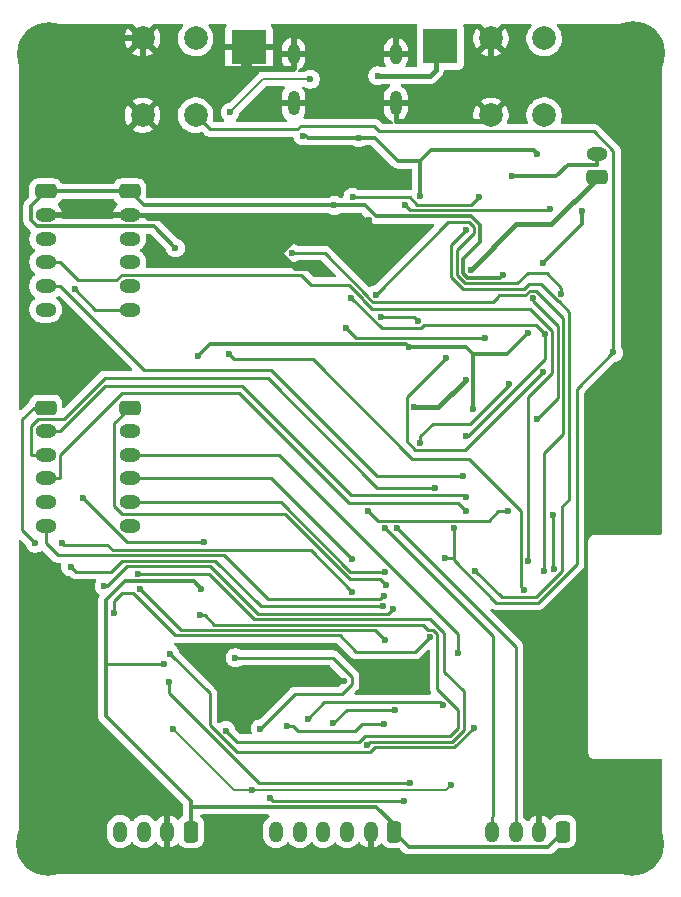
<source format=gbr>
%TF.GenerationSoftware,KiCad,Pcbnew,9.0.6*%
%TF.CreationDate,2026-01-19T20:12:22+07:00*%
%TF.ProjectId,ESP32S3_MOD_DEV,45535033-3253-4335-9f4d-4f445f444556,rev?*%
%TF.SameCoordinates,Original*%
%TF.FileFunction,Copper,L2,Bot*%
%TF.FilePolarity,Positive*%
%FSLAX46Y46*%
G04 Gerber Fmt 4.6, Leading zero omitted, Abs format (unit mm)*
G04 Created by KiCad (PCBNEW 9.0.6) date 2026-01-19 20:12:22*
%MOMM*%
%LPD*%
G01*
G04 APERTURE LIST*
G04 Aperture macros list*
%AMRoundRect*
0 Rectangle with rounded corners*
0 $1 Rounding radius*
0 $2 $3 $4 $5 $6 $7 $8 $9 X,Y pos of 4 corners*
0 Add a 4 corners polygon primitive as box body*
4,1,4,$2,$3,$4,$5,$6,$7,$8,$9,$2,$3,0*
0 Add four circle primitives for the rounded corners*
1,1,$1+$1,$2,$3*
1,1,$1+$1,$4,$5*
1,1,$1+$1,$6,$7*
1,1,$1+$1,$8,$9*
0 Add four rect primitives between the rounded corners*
20,1,$1+$1,$2,$3,$4,$5,0*
20,1,$1+$1,$4,$5,$6,$7,0*
20,1,$1+$1,$6,$7,$8,$9,0*
20,1,$1+$1,$8,$9,$2,$3,0*%
G04 Aperture macros list end*
%TA.AperFunction,ComponentPad*%
%ADD10RoundRect,0.250000X-0.650000X0.350000X-0.650000X-0.350000X0.650000X-0.350000X0.650000X0.350000X0*%
%TD*%
%TA.AperFunction,ComponentPad*%
%ADD11O,1.800000X1.200000*%
%TD*%
%TA.AperFunction,ComponentPad*%
%ADD12RoundRect,0.250000X0.350000X0.650000X-0.350000X0.650000X-0.350000X-0.650000X0.350000X-0.650000X0*%
%TD*%
%TA.AperFunction,ComponentPad*%
%ADD13O,1.200000X1.800000*%
%TD*%
%TA.AperFunction,HeatsinkPad*%
%ADD14O,1.000000X2.100000*%
%TD*%
%TA.AperFunction,HeatsinkPad*%
%ADD15O,1.000000X1.800000*%
%TD*%
%TA.AperFunction,ComponentPad*%
%ADD16C,0.800000*%
%TD*%
%TA.AperFunction,ComponentPad*%
%ADD17C,5.400000*%
%TD*%
%TA.AperFunction,ComponentPad*%
%ADD18C,2.000000*%
%TD*%
%TA.AperFunction,ComponentPad*%
%ADD19RoundRect,0.250000X0.650000X-0.350000X0.650000X0.350000X-0.650000X0.350000X-0.650000X-0.350000X0*%
%TD*%
%TA.AperFunction,SMDPad,CuDef*%
%ADD20R,3.000000X3.000000*%
%TD*%
%TA.AperFunction,ViaPad*%
%ADD21C,0.600000*%
%TD*%
%TA.AperFunction,Conductor*%
%ADD22C,0.250000*%
%TD*%
%TA.AperFunction,Conductor*%
%ADD23C,0.260000*%
%TD*%
%TA.AperFunction,Conductor*%
%ADD24C,0.200000*%
%TD*%
%TA.AperFunction,Conductor*%
%ADD25C,0.300000*%
%TD*%
%TA.AperFunction,Conductor*%
%ADD26C,0.500000*%
%TD*%
%TA.AperFunction,Conductor*%
%ADD27C,0.400000*%
%TD*%
G04 APERTURE END LIST*
D10*
%TO.P,J3,1,Pin_1*%
%TO.N,VCC_OUT*%
X81800000Y-54200000D03*
D11*
%TO.P,J3,2,Pin_2*%
%TO.N,GND*%
X81800000Y-56200000D03*
%TO.P,J3,3,Pin_3*%
%TO.N,IO10_CS*%
X81800000Y-58200000D03*
%TO.P,J3,4,Pin_4*%
%TO.N,IO4_RST*%
X81800000Y-60200000D03*
%TO.P,J3,5,Pin_5*%
%TO.N,IO5_DC*%
X81800000Y-62200000D03*
%TO.P,J3,6,Pin_6*%
%TO.N,IO13_MOSI*%
X81800000Y-64200000D03*
%TD*%
D12*
%TO.P,J6,1,Pin_1*%
%TO.N,VCC_OUT*%
X125600000Y-108400000D03*
D13*
%TO.P,J6,2,Pin_2*%
%TO.N,GND*%
X123600000Y-108400000D03*
%TO.P,J6,3,Pin_3*%
%TO.N,IO19_TX*%
X121600000Y-108400000D03*
%TO.P,J6,4,Pin_4*%
%TO.N,IO20_RX*%
X119600000Y-108400000D03*
%TD*%
D10*
%TO.P,J9,1,Pin_1*%
%TO.N,VCC_OUT*%
X88900000Y-54200000D03*
D11*
%TO.P,J9,2,Pin_2*%
%TO.N,GND*%
X88900000Y-56200000D03*
%TO.P,J9,3,Pin_3*%
%TO.N,IO39_CS*%
X88900000Y-58200000D03*
%TO.P,J9,4,Pin_4*%
%TO.N,IO40_CLK*%
X88900000Y-60200000D03*
%TO.P,J9,5,Pin_5*%
%TO.N,IO41_MOSI*%
X88900000Y-62200000D03*
%TO.P,J9,6,Pin_6*%
%TO.N,IO42_MISO*%
X88900000Y-64200000D03*
%TD*%
D14*
%TO.P,J2,S1,SHIELD*%
%TO.N,GND*%
X111430000Y-46750000D03*
D15*
X111430000Y-42570000D03*
D14*
X102790000Y-46750000D03*
D15*
X102790000Y-42570000D03*
%TD*%
D16*
%TO.P,H3,1,1*%
%TO.N,GND*%
X79975000Y-109431900D03*
X80568109Y-108000009D03*
X80568109Y-110863791D03*
X82000000Y-107406900D03*
D17*
X82000000Y-109431900D03*
D16*
X82000000Y-111456900D03*
X83431891Y-108000009D03*
X83431891Y-110863791D03*
X84025000Y-109431900D03*
%TD*%
D18*
%TO.P,SW1,1*%
%TO.N,GND*%
X119500000Y-47750000D03*
%TO.P,SW1,2*%
%TO.N,MCU_EN*%
X124000000Y-47750000D03*
%TO.P,SW1,3*%
%TO.N,GND*%
X119500000Y-41250000D03*
%TO.P,SW1,4*%
%TO.N,MCU_EN*%
X124000000Y-41250000D03*
%TD*%
D10*
%TO.P,J4,1,Pin_1*%
%TO.N,IO12_CLK*%
X81800000Y-72500000D03*
D11*
%TO.P,J4,2,Pin_2*%
%TO.N,IO15_BL*%
X81800000Y-74500000D03*
%TO.P,J4,3,Pin_3*%
%TO.N,SCL*%
X81800000Y-76500000D03*
%TO.P,J4,4,Pin_4*%
%TO.N,CPT_RST16*%
X81800000Y-78500000D03*
%TO.P,J4,5,Pin_5*%
%TO.N,SDA*%
X81800000Y-80500000D03*
%TO.P,J4,6,Pin_6*%
%TO.N,CPT_INT9*%
X81800000Y-82500000D03*
%TD*%
D18*
%TO.P,SW2,1*%
%TO.N,GND*%
X90000000Y-47750000D03*
%TO.P,SW2,2*%
%TO.N,MCU_BOOT*%
X94500000Y-47750000D03*
%TO.P,SW2,3*%
%TO.N,GND*%
X90000000Y-41250000D03*
%TO.P,SW2,4*%
%TO.N,MCU_BOOT*%
X94500000Y-41250000D03*
%TD*%
D12*
%TO.P,J8,1,Pin_1*%
%TO.N,VCC_OUT*%
X111300000Y-108400000D03*
D13*
%TO.P,J8,2,Pin_2*%
%TO.N,GND*%
X109300000Y-108400000D03*
%TO.P,J8,3,Pin_3*%
%TO.N,IO1*%
X107300000Y-108400000D03*
%TO.P,J8,4,Pin_4*%
%TO.N,I03*%
X105300000Y-108400000D03*
%TO.P,J8,5,Pin_5*%
%TO.N,IO6*%
X103300000Y-108400000D03*
%TO.P,J8,6,Pin_6*%
%TO.N,IO8*%
X101300000Y-108400000D03*
%TD*%
D19*
%TO.P,J1,1,Pin_1*%
%TO.N,B-*%
X128475000Y-53000000D03*
D11*
%TO.P,J1,2,Pin_2*%
%TO.N,B+*%
X128475000Y-51000000D03*
%TD*%
D16*
%TO.P,H2,1,1*%
%TO.N,GND*%
X80043100Y-42568100D03*
X80636209Y-41136209D03*
X80636209Y-43999991D03*
X82068100Y-40543100D03*
D17*
X82068100Y-42568100D03*
D16*
X82068100Y-44593100D03*
X83499991Y-41136209D03*
X83499991Y-43999991D03*
X84093100Y-42568100D03*
%TD*%
%TO.P,H1,1,1*%
%TO.N,GND*%
X129475000Y-42500000D03*
X130068109Y-41068109D03*
X130068109Y-43931891D03*
X131500000Y-40475000D03*
D17*
X131500000Y-42500000D03*
D16*
X131500000Y-44525000D03*
X132931891Y-41068109D03*
X132931891Y-43931891D03*
X133525000Y-42500000D03*
%TD*%
D12*
%TO.P,J5,1,Pin_1*%
%TO.N,VCC_OUT*%
X94100000Y-108400000D03*
D13*
%TO.P,J5,2,Pin_2*%
%TO.N,GND*%
X92100000Y-108400000D03*
%TO.P,J5,3,Pin_3*%
%TO.N,SDA*%
X90100000Y-108400000D03*
%TO.P,J5,4,Pin_4*%
%TO.N,SCL*%
X88100000Y-108400000D03*
%TD*%
D10*
%TO.P,J10,1,Pin_1*%
%TO.N,IO14*%
X88900000Y-72500000D03*
D11*
%TO.P,J10,2,Pin_2*%
%TO.N,IO11_MOSI*%
X88900000Y-74500000D03*
%TO.P,J10,3,Pin_3*%
%TO.N,IO38*%
X88900000Y-76500000D03*
%TO.P,J10,4,Pin_4*%
%TO.N,IO45*%
X88900000Y-78500000D03*
%TO.P,J10,5,Pin_5*%
%TO.N,IO47*%
X88900000Y-80500000D03*
%TO.P,J10,6,Pin_6*%
%TO.N,IO48*%
X88900000Y-82500000D03*
%TD*%
D16*
%TO.P,H4,1,1*%
%TO.N,GND*%
X129406900Y-109431900D03*
X130000009Y-108000009D03*
X130000009Y-110863791D03*
X131431900Y-107406900D03*
D17*
X131431900Y-109431900D03*
D16*
X131431900Y-111456900D03*
X132863791Y-108000009D03*
X132863791Y-110863791D03*
X133456900Y-109431900D03*
%TD*%
D20*
%TO.P,VUSB,1,1*%
%TO.N,VBUS*%
X115200000Y-41900000D03*
%TD*%
%TO.P,GND,1,1*%
%TO.N,GND*%
X99000000Y-42000000D03*
%TD*%
D21*
%TO.N,IO12_CLK*%
X83200000Y-84000000D03*
X80900000Y-84000000D03*
%TO.N,IO42_MISO*%
X112100000Y-105838000D03*
X100800000Y-105600000D03*
%TO.N,IO14*%
X110604000Y-87516900D03*
%TO.N,VCC_OUT*%
X92784900Y-58988300D03*
X106241000Y-55392300D03*
X120482000Y-61318800D03*
X94955100Y-87846800D03*
X91817300Y-94178600D03*
%TO.N,GND*%
X107094000Y-95624200D03*
X94941200Y-92649800D03*
X98920800Y-56436900D03*
X104201000Y-60671700D03*
X109140000Y-56644500D03*
%TO.N,IO38*%
X116678000Y-93309500D03*
%TO.N,IO48*%
X109008000Y-101033000D03*
X89596900Y-86557900D03*
%TO.N,IO45*%
X107721000Y-85317500D03*
%TO.N,IO11_MOSI*%
X89785000Y-87895700D03*
X110534000Y-92165800D03*
%TO.N,IO6*%
X115432000Y-97658600D03*
X103974000Y-98849700D03*
%TO.N,BAT_ADC*%
X118184000Y-86352400D03*
X117404000Y-57437200D03*
%TO.N,IO8*%
X110403000Y-99269800D03*
X102242000Y-99458500D03*
%TO.N,I03*%
X106121000Y-99235000D03*
X111379000Y-98071700D03*
%TO.N,IO2*%
X124758000Y-81603400D03*
X124797000Y-86149700D03*
%TO.N,IO47*%
X110502000Y-86394800D03*
%TO.N,Net-(J7-DAT1)*%
X97060500Y-99844200D03*
X94900000Y-90050000D03*
%TO.N,IO20_RX*%
X110556000Y-82731300D03*
%TO.N,IO19_TX*%
X111572000Y-82718300D03*
%TO.N,Net-(U2-PROG)*%
X124468000Y-55717600D03*
X112210000Y-55366100D03*
%TO.N,Net-(U3-CS)*%
X110208000Y-64806500D03*
X113348000Y-65175800D03*
%TO.N,Net-(Q2-B)*%
X113520000Y-75475000D03*
X121027000Y-70511500D03*
%TO.N,DTR*%
X107644000Y-63196900D03*
X117400000Y-74881000D03*
X124034000Y-66248300D03*
%TO.N,RTS*%
X107208000Y-65794900D03*
X118966000Y-66619500D03*
%TO.N,Net-(Q1-B)*%
X109748000Y-62951300D03*
X125448000Y-62895700D03*
%TO.N,Net-(J2-CC1)*%
X104200000Y-44700000D03*
X97400000Y-47500000D03*
%TO.N,Net-(D5-K)*%
X118445000Y-54640500D03*
X107800000Y-54700000D03*
%TO.N,TX_MCU0*%
X102631000Y-59413900D03*
X123993000Y-86360100D03*
%TO.N,RX_MCU0*%
X122307000Y-87920800D03*
X97300000Y-68000000D03*
%TO.N,MCU_BOOT*%
X116395000Y-82730100D03*
X129869000Y-67837900D03*
X115563000Y-85253100D03*
%TO.N,MCU_EN*%
X123017000Y-63251300D03*
X109113000Y-81287100D03*
X120900000Y-81300000D03*
X123371000Y-73441700D03*
%TO.N,IO40_CLK*%
X118017000Y-99651400D03*
X92314000Y-93350000D03*
%TO.N,SCL*%
X114726000Y-79285100D03*
%TO.N,SDA*%
X87541100Y-89902200D03*
X114330000Y-91922700D03*
%TO.N,IO39_CS*%
X99232100Y-104900000D03*
X116100000Y-104500000D03*
X92550000Y-99750000D03*
%TO.N,CPT_RST16*%
X117378000Y-81288700D03*
%TO.N,CPT_INT9*%
X110447000Y-88489200D03*
%TO.N,IO15_BL*%
X117379000Y-80071800D03*
%TO.N,IO13_MOSI*%
X86747700Y-87619600D03*
X111235000Y-89534900D03*
%TO.N,IO41_MOSI*%
X112598600Y-104282900D03*
X92219600Y-95778500D03*
%TO.N,IO12_CLK*%
X107738000Y-88100000D03*
%TO.N,IO5_DC*%
X117111000Y-78285000D03*
%TO.N,IO4_RST*%
X122653000Y-85477200D03*
%TO.N,B+*%
X121259000Y-52904000D03*
X118006000Y-72600000D03*
X112516000Y-67333400D03*
X122652000Y-66171800D03*
X94725800Y-68137600D03*
X127199000Y-55900000D03*
X123938000Y-60260500D03*
%TO.N,Net-(U3-VCC)*%
X115665000Y-68318300D03*
X123913000Y-69462700D03*
%TO.N,IO10_CS*%
X83903400Y-85979000D03*
X110350000Y-89345100D03*
%TO.N,IO42_MISO*%
X95219700Y-83922700D03*
X84953500Y-80193900D03*
X84295400Y-62486100D03*
X97858800Y-93689500D03*
X99979000Y-99694200D03*
%TO.N,B-*%
X117355000Y-70144000D03*
X117782000Y-60846600D03*
X112999000Y-72448400D03*
%TO.N,VBUS*%
X108300000Y-49652800D03*
X123400000Y-51000000D03*
X103550000Y-49475000D03*
X109900000Y-44400000D03*
X113459000Y-54627700D03*
%TD*%
D22*
%TO.N,Net-(J7-DAT1)*%
X98016300Y-100800000D02*
X97060500Y-99844200D01*
X108355000Y-100800000D02*
X98016300Y-100800000D01*
X108381000Y-100774000D02*
X108355000Y-100800000D01*
X108748000Y-100406000D02*
X108381000Y-100774000D01*
X108763000Y-100406000D02*
X108748000Y-100406000D01*
X108821000Y-100348000D02*
X108763000Y-100406000D01*
X116731000Y-99651400D02*
X116034000Y-100348000D01*
X116731000Y-98071700D02*
X116731000Y-99651400D01*
X116034000Y-100348000D02*
X108821000Y-100348000D01*
X114957000Y-96298000D02*
X116731000Y-98071700D01*
X114957000Y-91663100D02*
X114957000Y-96298000D01*
X114590000Y-91296000D02*
X114957000Y-91663100D01*
X114168000Y-91296000D02*
X114590000Y-91296000D01*
X95245509Y-90077609D02*
X96043200Y-90875300D01*
X96043200Y-90875300D02*
X113748000Y-90875300D01*
X113748000Y-90875300D02*
X114168000Y-91296000D01*
X94900000Y-90050000D02*
X94927609Y-90077609D01*
X94927609Y-90077609D02*
X95245509Y-90077609D01*
%TO.N,IO12_CLK*%
X96663093Y-84562000D02*
X87478900Y-84562000D01*
X96663095Y-84561998D02*
X96663093Y-84562000D01*
X97036716Y-84562003D02*
X97036710Y-84562000D01*
X97074710Y-84600000D02*
X97036716Y-84562003D01*
X104238000Y-84600000D02*
X97074710Y-84600000D01*
X97036710Y-84562000D02*
X96663095Y-84561998D01*
X107738000Y-88100000D02*
X104238000Y-84600000D01*
D23*
X87016900Y-84100000D02*
X87478200Y-84561300D01*
X83300000Y-84100000D02*
X87016900Y-84100000D01*
X83200000Y-84000000D02*
X83300000Y-84100000D01*
D22*
%TO.N,CPT_INT9*%
X81800000Y-84000000D02*
X81800000Y-82500000D01*
X82813000Y-85013000D02*
X81800000Y-84000000D01*
X100585000Y-88748200D02*
X96849900Y-85013000D01*
X110060000Y-88748200D02*
X100585000Y-88748200D01*
X96849900Y-85013000D02*
X82813000Y-85013000D01*
X110319000Y-88489200D02*
X110060000Y-88748200D01*
X110447000Y-88489200D02*
X110319000Y-88489200D01*
D23*
%TO.N,IO12_CLK*%
X79800000Y-82900000D02*
X79800000Y-77800000D01*
X80900000Y-84000000D02*
X79800000Y-82900000D01*
D22*
X79800000Y-77800000D02*
X79800000Y-73500000D01*
%TO.N,IO10_CS*%
X84324400Y-86400000D02*
X83903400Y-85979000D01*
X87830400Y-85914900D02*
X87345300Y-86400000D01*
X87345300Y-86400000D02*
X84324400Y-86400000D01*
%TO.N,IO12_CLK*%
X79800000Y-73500000D02*
X80800000Y-72500000D01*
X79800000Y-78130900D02*
X79800000Y-77800000D01*
X80800000Y-72500000D02*
X81800000Y-72500000D01*
D24*
%TO.N,IO42_MISO*%
X112062000Y-105800000D02*
X112100000Y-105838000D01*
D22*
X101000000Y-105800000D02*
X112062000Y-105800000D01*
X100800000Y-105600000D02*
X101000000Y-105800000D01*
%TO.N,IO14*%
X110107000Y-87020000D02*
X110604000Y-87516900D01*
X107542000Y-87020000D02*
X110107000Y-87020000D01*
X102022000Y-81500000D02*
X107542000Y-87020000D01*
X88284600Y-81500000D02*
X102022000Y-81500000D01*
X87618100Y-80833500D02*
X88284600Y-81500000D01*
X87618100Y-73781900D02*
X87618100Y-80833500D01*
X88900000Y-72500000D02*
X87618100Y-73781900D01*
D25*
%TO.N,VCC_OUT*%
X90092300Y-55392300D02*
X106241000Y-55392300D01*
X88900000Y-54200000D02*
X90092300Y-55392300D01*
X90948300Y-57151700D02*
X92784900Y-58988300D01*
X81034900Y-57151700D02*
X90948300Y-57151700D01*
X80543000Y-56659800D02*
X81034900Y-57151700D01*
X80543000Y-55457000D02*
X80543000Y-56659800D01*
X81800000Y-54200000D02*
X80543000Y-55457000D01*
X88900000Y-54200000D02*
X81800000Y-54200000D01*
X112588000Y-109688000D02*
X111300000Y-108400000D01*
X124312000Y-109688000D02*
X112588000Y-109688000D01*
X125600000Y-108400000D02*
X124312000Y-109688000D01*
X120302000Y-61498400D02*
X120482000Y-61318800D01*
X117501000Y-61498400D02*
X120302000Y-61498400D01*
X117127000Y-61124300D02*
X117501000Y-61498400D01*
X117127000Y-59927600D02*
X117127000Y-61124300D01*
X118560000Y-58494500D02*
X117127000Y-59927600D01*
X118560000Y-57025600D02*
X118560000Y-58494500D01*
X117829000Y-56294500D02*
X118560000Y-57025600D01*
X109750000Y-56294500D02*
X117829000Y-56294500D01*
X108848000Y-55392300D02*
X109750000Y-56294500D01*
X106241000Y-55392300D02*
X108848000Y-55392300D01*
X109800000Y-106300000D02*
X94100000Y-106300000D01*
X111300000Y-107800000D02*
X109800000Y-106300000D01*
X111300000Y-108400000D02*
X111300000Y-107800000D01*
X94100000Y-106300000D02*
X94100000Y-108400000D01*
D23*
X91817300Y-94178600D02*
X86889400Y-94178600D01*
D25*
X86889400Y-88816300D02*
X86889400Y-94178600D01*
X88478900Y-87226800D02*
X86889400Y-88816300D01*
X94335100Y-87226800D02*
X88478900Y-87226800D01*
X94955100Y-87846800D02*
X94335100Y-87226800D01*
X94100000Y-105840000D02*
X94100000Y-106300000D01*
X86889400Y-98629600D02*
X94100000Y-105840000D01*
X86889400Y-94178600D02*
X86889400Y-98629600D01*
D26*
%TO.N,GND*%
X90000000Y-41250000D02*
X83613800Y-41250000D01*
D27*
X81800000Y-56200000D02*
X88900000Y-56200000D01*
D26*
X102790000Y-42570000D02*
X111430000Y-42570000D01*
D27*
X83613800Y-41250000D02*
X83500000Y-41136200D01*
D26*
X98600000Y-43871700D02*
X98600000Y-42100000D01*
D27*
X84025000Y-109432000D02*
X82000000Y-109432000D01*
X98920800Y-56436900D02*
X101768000Y-59284400D01*
X133525000Y-42500000D02*
X131500000Y-42500000D01*
X129288000Y-42687500D02*
X129475000Y-42500000D01*
X84093100Y-42568100D02*
X82068100Y-42568100D01*
X80043100Y-42568100D02*
X82068100Y-42568100D01*
X82661200Y-41136200D02*
X82068100Y-40543100D01*
X83500000Y-41136200D02*
X82661200Y-41136200D01*
X104408000Y-56644500D02*
X101768000Y-59284400D01*
X109140000Y-56644500D02*
X104408000Y-56644500D01*
D26*
X90000000Y-42900000D02*
X90000000Y-41250000D01*
X90971700Y-43871700D02*
X90000000Y-42900000D01*
X98600000Y-43871700D02*
X90971700Y-43871700D01*
D27*
X92100000Y-108400000D02*
X92100000Y-110700000D01*
X107874000Y-111200000D02*
X109300000Y-109774000D01*
X92600000Y-111200000D02*
X107874000Y-111200000D01*
X92100000Y-110700000D02*
X92600000Y-111200000D01*
X129475000Y-42500000D02*
X131500000Y-42500000D01*
X97915600Y-95624200D02*
X107094000Y-95624200D01*
X94941200Y-92649800D02*
X97915600Y-95624200D01*
X104201000Y-60671600D02*
X104201000Y-60671700D01*
X102897000Y-60671600D02*
X104201000Y-60671600D01*
X101639000Y-59413700D02*
X102897000Y-60671600D01*
X101768000Y-59284400D02*
X101639000Y-59413700D01*
X109300000Y-109774000D02*
X109300000Y-108400000D01*
D26*
X102790000Y-43871700D02*
X98600000Y-43871700D01*
X102790000Y-42570000D02*
X102790000Y-43871700D01*
D27*
X82661200Y-44000000D02*
X82068100Y-44593100D01*
X83500000Y-44000000D02*
X82661200Y-44000000D01*
X85793100Y-111200000D02*
X84025000Y-109432000D01*
X91600000Y-111200000D02*
X85793100Y-111200000D01*
X92100000Y-110700000D02*
X91600000Y-111200000D01*
X90438600Y-56436900D02*
X98920800Y-56436900D01*
X90201700Y-56200000D02*
X90438600Y-56436900D01*
X88900000Y-56200000D02*
X90201700Y-56200000D01*
X119048000Y-48201700D02*
X119500000Y-47750000D01*
X111430000Y-48201700D02*
X119048000Y-48201700D01*
X111430000Y-46750000D02*
X111430000Y-48201700D01*
X81475000Y-44000000D02*
X82068100Y-44593100D01*
X80636200Y-44000000D02*
X81475000Y-44000000D01*
D26*
X127175000Y-44800000D02*
X129288000Y-42687500D01*
X120000000Y-44800000D02*
X127175000Y-44800000D01*
X119500000Y-44300000D02*
X120000000Y-44800000D01*
X119500000Y-41250000D02*
X119500000Y-44300000D01*
D27*
X81475000Y-41136200D02*
X82068100Y-40543100D01*
X80636200Y-41136200D02*
X81475000Y-41136200D01*
D24*
X98600000Y-42100000D02*
X98500000Y-42000000D01*
D27*
X110826000Y-111300000D02*
X109300000Y-109774000D01*
X129564000Y-111300000D02*
X110826000Y-111300000D01*
X130000000Y-110864000D02*
X129564000Y-111300000D01*
D23*
X84025000Y-109431900D02*
X84025000Y-109432000D01*
X83431900Y-110863800D02*
X83431900Y-110864000D01*
X80623200Y-110863800D02*
X80623400Y-110864000D01*
X80568100Y-110863800D02*
X80623200Y-110863800D01*
D27*
X80568100Y-110864000D02*
X80623400Y-110864000D01*
D23*
X80101500Y-109431900D02*
X80101500Y-109432000D01*
X79975000Y-109431900D02*
X80101500Y-109431900D01*
D27*
X79975000Y-109432000D02*
X80101500Y-109432000D01*
X80101500Y-109432000D02*
X82000000Y-109432000D01*
D23*
X130000000Y-110863800D02*
X130000000Y-110864000D01*
X82000000Y-109431900D02*
X82000000Y-109432000D01*
X129406900Y-109431900D02*
X129407000Y-109432000D01*
X98700000Y-42000000D02*
X98600000Y-42100000D01*
X99000000Y-42000000D02*
X98700000Y-42000000D01*
X133456900Y-109432000D02*
X133456900Y-109431900D01*
X132444500Y-109432000D02*
X133456900Y-109432000D01*
D27*
X133457000Y-109432000D02*
X132444500Y-109432000D01*
X130068000Y-41068100D02*
X130068100Y-41068100D01*
X130907000Y-41068100D02*
X131500000Y-40475000D01*
X130068100Y-41068100D02*
X130907000Y-41068100D01*
X132932000Y-43931900D02*
X132931900Y-43931900D01*
X132093000Y-43931900D02*
X131500000Y-44525000D01*
X132931900Y-43931900D02*
X132093000Y-43931900D01*
X130068000Y-43931900D02*
X130068100Y-43931900D01*
X130907000Y-43931900D02*
X131500000Y-44525000D01*
X130068100Y-43931900D02*
X130907000Y-43931900D01*
X130839000Y-110864000D02*
X130000000Y-110864000D01*
X131431900Y-111456900D02*
X130839000Y-110864000D01*
X132863800Y-108000000D02*
X132864000Y-108000000D01*
X132932000Y-41068100D02*
X132931900Y-41068100D01*
X132093000Y-41068100D02*
X131500000Y-40475000D01*
X132931900Y-41068100D02*
X132093000Y-41068100D01*
D23*
X131431900Y-107407100D02*
X131431900Y-107406900D01*
X131135500Y-107703500D02*
X131431900Y-107407100D01*
D27*
X130839000Y-108000000D02*
X131135500Y-107703500D01*
X130000000Y-108000000D02*
X130839000Y-108000000D01*
X132025000Y-108000000D02*
X132863800Y-108000000D01*
X131432000Y-107407000D02*
X132025000Y-108000000D01*
X131135500Y-107703500D02*
X131432000Y-107407000D01*
D23*
X81971000Y-111427900D02*
X81970900Y-111427900D01*
X82000000Y-111456900D02*
X81971000Y-111427900D01*
D27*
X81406900Y-110864000D02*
X81970900Y-111427900D01*
X80623400Y-110864000D02*
X81406900Y-110864000D01*
X82593100Y-110864000D02*
X83431900Y-110864000D01*
X82000000Y-111457000D02*
X82593100Y-110864000D01*
X81970900Y-111427900D02*
X82000000Y-111457000D01*
D23*
X131431800Y-109432000D02*
X131431900Y-109431900D01*
X130925800Y-109432000D02*
X131431800Y-109432000D01*
D27*
X132444500Y-109432000D02*
X130925800Y-109432000D01*
X130925800Y-109432000D02*
X129407000Y-109432000D01*
D23*
X132863800Y-110863800D02*
X132863800Y-110864000D01*
D27*
X132864000Y-110864000D02*
X132863800Y-110864000D01*
X131432000Y-111457000D02*
X131431900Y-111456900D01*
X132025000Y-110864000D02*
X131432000Y-111457000D01*
X132863800Y-110864000D02*
X132025000Y-110864000D01*
X81406900Y-108000000D02*
X80568100Y-108000000D01*
X82000000Y-107407000D02*
X81406900Y-108000000D01*
X82593100Y-108000000D02*
X82000000Y-107407000D01*
X83431900Y-108000000D02*
X82593100Y-108000000D01*
D22*
%TO.N,IO38*%
X101536000Y-76500000D02*
X88900000Y-76500000D01*
X116676000Y-91640100D02*
X101536000Y-76500000D01*
X116676000Y-93309500D02*
X116676000Y-91640100D01*
X116678000Y-93309500D02*
X116676000Y-93309500D01*
%TO.N,IO48*%
X95604200Y-86557900D02*
X89596900Y-86557900D01*
X99469900Y-90423600D02*
X95604200Y-86557900D01*
X114356000Y-90423600D02*
X99469900Y-90423600D01*
X115529000Y-91596100D02*
X114356000Y-90423600D01*
X115529000Y-94864900D02*
X115529000Y-91596100D01*
X117184000Y-96520100D02*
X115529000Y-94864900D01*
X117184000Y-99836900D02*
X117184000Y-96520100D01*
X116221000Y-100800000D02*
X117184000Y-99836900D01*
X109241000Y-100800000D02*
X116221000Y-100800000D01*
X109008000Y-101033000D02*
X109241000Y-100800000D01*
%TO.N,IO45*%
X100904000Y-78500000D02*
X107721000Y-85317500D01*
X88900000Y-78500000D02*
X100904000Y-78500000D01*
%TO.N,IO11_MOSI*%
X93216300Y-91327000D02*
X89785000Y-87895700D01*
X109695000Y-91327000D02*
X93216300Y-91327000D01*
X110534000Y-92165800D02*
X109695000Y-91327000D01*
%TO.N,IO6*%
X115201000Y-97427700D02*
X115432000Y-97658600D01*
X105396000Y-97427700D02*
X115201000Y-97427700D01*
X103974000Y-98849700D02*
X105396000Y-97427700D01*
%TO.N,BAT_ADC*%
X120390000Y-88558200D02*
X118184000Y-86352400D01*
X123301000Y-88558200D02*
X120390000Y-88558200D01*
X125513000Y-86345600D02*
X123301000Y-88558200D01*
X125513000Y-80887100D02*
X125513000Y-86345600D01*
X126116000Y-80285000D02*
X125513000Y-80887100D01*
X126116000Y-64415500D02*
X126116000Y-80285000D01*
X125222000Y-63521700D02*
X126116000Y-64415500D01*
X125189000Y-63521700D02*
X125222000Y-63521700D01*
X124822000Y-63155000D02*
X125189000Y-63521700D01*
X124822000Y-63122000D02*
X124822000Y-63155000D01*
X123700000Y-62000000D02*
X124822000Y-63122000D01*
X122743000Y-62000000D02*
X123700000Y-62000000D01*
X122301000Y-62442100D02*
X122743000Y-62000000D01*
X117102000Y-62442100D02*
X122301000Y-62442100D01*
X116113000Y-61452600D02*
X117102000Y-62442100D01*
X116113000Y-58728400D02*
X116113000Y-61452600D01*
X117404000Y-57437200D02*
X116113000Y-58728400D01*
%TO.N,IO8*%
X110403000Y-99269800D02*
X110403000Y-99310800D01*
X108110000Y-99767600D02*
X108013000Y-99864400D01*
X110403000Y-99310800D02*
X110403000Y-99269800D01*
X108566000Y-99310800D02*
X108110000Y-99767600D01*
X110403000Y-99310800D02*
X108566000Y-99310800D01*
X110403000Y-99310800D02*
X110403000Y-99269800D01*
X103164000Y-99864400D02*
X108013000Y-99864400D01*
X102758000Y-99458500D02*
X103164000Y-99864400D01*
X102242000Y-99458500D02*
X102758000Y-99458500D01*
X108110000Y-99767600D02*
X108013000Y-99864400D01*
%TO.N,I03*%
X107284000Y-98071700D02*
X106121000Y-99235000D01*
X111379000Y-98071700D02*
X107284000Y-98071700D01*
%TO.N,IO2*%
X124758000Y-86110100D02*
X124797000Y-86149700D01*
X124758000Y-81603400D02*
X124758000Y-86110100D01*
%TO.N,IO47*%
X101704000Y-80500000D02*
X88900000Y-80500000D01*
X107598000Y-86394800D02*
X101704000Y-80500000D01*
X110502000Y-86394800D02*
X107598000Y-86394800D01*
%TO.N,IO20_RX*%
X119709000Y-91884000D02*
X110556000Y-82731300D01*
X119709000Y-107064000D02*
X119709000Y-91884000D01*
X119600000Y-107173000D02*
X119709000Y-107064000D01*
X119600000Y-108400000D02*
X119600000Y-107173000D01*
%TO.N,IO19_TX*%
X121600000Y-92746400D02*
X121600000Y-108400000D01*
X111572000Y-82718300D02*
X121600000Y-92746400D01*
%TO.N,Net-(U2-PROG)*%
X124418000Y-55767700D02*
X124468000Y-55717600D01*
X112611000Y-55767700D02*
X124418000Y-55767700D01*
X112210000Y-55366100D02*
X112611000Y-55767700D01*
%TO.N,Net-(U3-CS)*%
X112979000Y-64806500D02*
X110208000Y-64806500D01*
X113348000Y-65175800D02*
X112979000Y-64806500D01*
%TO.N,Net-(Q2-B)*%
X121027000Y-70573000D02*
X121027000Y-70511500D01*
X117741000Y-73858600D02*
X121027000Y-70573000D01*
X114598000Y-73858600D02*
X117741000Y-73858600D01*
X113520000Y-74936500D02*
X114598000Y-73858600D01*
X113520000Y-75475000D02*
X113520000Y-74936500D01*
%TO.N,DTR*%
X123331000Y-65545100D02*
X124034000Y-66248300D01*
X113865000Y-65545100D02*
X123331000Y-65545100D01*
X113608000Y-65802500D02*
X113865000Y-65545100D01*
X110249000Y-65802500D02*
X113608000Y-65802500D01*
X107644000Y-63196900D02*
X110249000Y-65802500D01*
X124034000Y-68391200D02*
X124034000Y-66248300D01*
X117544000Y-74881000D02*
X124034000Y-68391200D01*
X117400000Y-74881000D02*
X117544000Y-74881000D01*
%TO.N,RTS*%
X108032000Y-66619500D02*
X107208000Y-65794900D01*
X118966000Y-66619500D02*
X108032000Y-66619500D01*
%TO.N,Net-(Q1-B)*%
X115889000Y-56810500D02*
X109748000Y-62951300D01*
X117663000Y-56810500D02*
X115889000Y-56810500D01*
X118031000Y-57177700D02*
X117663000Y-56810500D01*
X118031000Y-57696900D02*
X118031000Y-57177700D01*
X116607000Y-59120900D02*
X118031000Y-57696900D01*
X116607000Y-61284900D02*
X116607000Y-59120900D01*
X117297000Y-61975100D02*
X116607000Y-61284900D01*
X121724000Y-61975100D02*
X117297000Y-61975100D01*
X122599000Y-61100000D02*
X121724000Y-61975100D01*
X124200000Y-61100000D02*
X122599000Y-61100000D01*
X125448000Y-62348000D02*
X124200000Y-61100000D01*
X125448000Y-62895700D02*
X125448000Y-62348000D01*
D24*
%TO.N,Net-(J2-CC1)*%
X100200000Y-44700000D02*
X104200000Y-44700000D01*
X97400000Y-47500000D02*
X100200000Y-44700000D01*
D22*
%TO.N,Net-(D5-K)*%
X117776000Y-55309800D02*
X118445000Y-54640500D01*
X113228000Y-55309800D02*
X117776000Y-55309800D01*
X112618000Y-54700000D02*
X113228000Y-55309800D01*
X107800000Y-54700000D02*
X112618000Y-54700000D01*
%TO.N,TX_MCU0*%
X119817000Y-63390700D02*
X120004000Y-63203600D01*
X119630000Y-63578000D02*
X119817000Y-63390700D01*
X109489000Y-63578000D02*
X119630000Y-63578000D01*
X109122000Y-63210800D02*
X109489000Y-63578000D01*
X109122000Y-63124100D02*
X109122000Y-63210800D01*
X105410000Y-59412700D02*
X109122000Y-63124100D01*
X102630000Y-59412700D02*
X105410000Y-59412700D01*
X102631000Y-59413900D02*
X102630000Y-59412700D01*
X119817000Y-63390700D02*
X120004000Y-63203600D01*
X123993000Y-76312900D02*
X123993000Y-86360100D01*
X125605000Y-74701600D02*
X123993000Y-76312900D01*
X125605000Y-64952600D02*
X125605000Y-74701600D01*
X123277000Y-62624600D02*
X125605000Y-64952600D01*
X123276000Y-62625300D02*
X123277000Y-62624600D01*
X122758000Y-62625300D02*
X123276000Y-62625300D01*
X122391000Y-62992000D02*
X122758000Y-62625300D01*
X122391000Y-63000000D02*
X122391000Y-62992000D01*
X120208000Y-63000000D02*
X122391000Y-63000000D01*
X120004000Y-63203600D02*
X120208000Y-63000000D01*
%TO.N,RX_MCU0*%
X122026000Y-87640200D02*
X122307000Y-87920800D01*
X122026000Y-81226300D02*
X122026000Y-87640200D01*
X117622000Y-76821600D02*
X122026000Y-81226300D01*
X112835000Y-76821600D02*
X117622000Y-76821600D01*
X104414000Y-68400000D02*
X112835000Y-76821600D01*
X97700000Y-68400000D02*
X104414000Y-68400000D01*
X97300000Y-68000000D02*
X97700000Y-68400000D01*
%TO.N,MCU_BOOT*%
X95696900Y-48946900D02*
X94500000Y-47750000D01*
X103113000Y-48946900D02*
X95696900Y-48946900D01*
X103400000Y-48659500D02*
X103113000Y-48946900D01*
X109588000Y-48659500D02*
X103400000Y-48659500D01*
X110047000Y-49118700D02*
X109588000Y-48659500D01*
X128210000Y-49118700D02*
X110047000Y-49118700D01*
X129868000Y-50777400D02*
X128210000Y-49118700D01*
X129868000Y-67837900D02*
X129868000Y-50777400D01*
X129869000Y-67837900D02*
X129868000Y-67837900D01*
X116395000Y-82730100D02*
X116395000Y-85253100D01*
X126786000Y-70921000D02*
X129869000Y-67837900D01*
X126786000Y-85712300D02*
X126786000Y-70921000D01*
X123488000Y-89009900D02*
X126786000Y-85712300D01*
X119956000Y-89009900D02*
X123488000Y-89009900D01*
X116395000Y-85449800D02*
X119956000Y-89009900D01*
X116395000Y-85253100D02*
X116395000Y-85449800D01*
X116395000Y-85253100D02*
X115563000Y-85253100D01*
%TO.N,MCU_EN*%
X123017000Y-63476600D02*
X123017000Y-63251300D01*
X125152000Y-65611000D02*
X123017000Y-63476600D01*
X125152000Y-71661400D02*
X125152000Y-65611000D01*
X123371000Y-73441700D02*
X125152000Y-71661400D01*
X109914000Y-82087700D02*
X109113000Y-81287100D01*
X119312000Y-82087700D02*
X109914000Y-82087700D01*
X120100000Y-81300000D02*
X119312000Y-82087700D01*
X120900000Y-81300000D02*
X120100000Y-81300000D01*
%TO.N,IO40_CLK*%
X116403000Y-101266000D02*
X118017000Y-99651400D01*
X109661000Y-101266000D02*
X116403000Y-101266000D01*
X109268000Y-101660000D02*
X109661000Y-101266000D01*
X97957500Y-101660000D02*
X109268000Y-101660000D01*
X95671800Y-99374100D02*
X97957500Y-101660000D01*
X95671800Y-96707800D02*
X95671800Y-99374100D01*
X92314000Y-93350000D02*
X95671800Y-96707800D01*
%TO.N,SCL*%
X109862000Y-79285100D02*
X114726000Y-79285100D01*
X100577000Y-70000000D02*
X109862000Y-79285100D01*
X86824800Y-70000000D02*
X100577000Y-70000000D01*
X83324300Y-73500500D02*
X86824800Y-70000000D01*
X81117700Y-73500500D02*
X83324300Y-73500500D01*
X80573300Y-74044900D02*
X81117700Y-73500500D01*
X80573300Y-76500000D02*
X80573300Y-74044900D01*
X81800000Y-76500000D02*
X80573300Y-76500000D01*
%TO.N,SDA*%
X113074000Y-93179300D02*
X114330000Y-91922700D01*
X108099000Y-93179300D02*
X113074000Y-93179300D01*
X106698000Y-91778700D02*
X108099000Y-93179300D01*
X92781800Y-91778700D02*
X106698000Y-91778700D01*
X89174900Y-88171800D02*
X92781800Y-91778700D01*
X88243600Y-88171800D02*
X89174900Y-88171800D01*
X87541100Y-88874300D02*
X88243600Y-88171800D01*
X87541100Y-89902200D02*
X87541100Y-88874300D01*
D24*
%TO.N,IO39_CS*%
X97700000Y-104900000D02*
X99232100Y-104900000D01*
X92550000Y-99750000D02*
X97700000Y-104900000D01*
X115700000Y-104900000D02*
X99232100Y-104900000D01*
X116100000Y-104500000D02*
X115700000Y-104900000D01*
D22*
%TO.N,CPT_RST16*%
X83026700Y-78500000D02*
X81800000Y-78500000D01*
X83026700Y-76533800D02*
X83026700Y-78500000D01*
X88260500Y-71300000D02*
X83026700Y-76533800D01*
X98157900Y-71300000D02*
X88260500Y-71300000D01*
X107458000Y-80600000D02*
X98157900Y-71300000D01*
X116689000Y-80600000D02*
X107458000Y-80600000D01*
X117378000Y-81288700D02*
X116689000Y-80600000D01*
%TO.N,IO15_BL*%
X83026700Y-74500000D02*
X81800000Y-74500000D01*
X86826700Y-70700000D02*
X83026700Y-74500000D01*
X98421900Y-70700000D02*
X86826700Y-70700000D01*
X107634000Y-79911800D02*
X98421900Y-70700000D01*
X117219000Y-79911800D02*
X107634000Y-79911800D01*
X117379000Y-80071800D02*
X117219000Y-79911800D01*
%TO.N,IO13_MOSI*%
X86989700Y-87619600D02*
X86747700Y-87619600D01*
X88692900Y-85916400D02*
X86989700Y-87619600D01*
X95715200Y-85916400D02*
X88692900Y-85916400D01*
X99770700Y-89971900D02*
X95715200Y-85916400D01*
X110798000Y-89971900D02*
X99770700Y-89971900D01*
X111235000Y-89534900D02*
X110798000Y-89971900D01*
D23*
%TO.N,IO41_MOSI*%
X99870700Y-104282900D02*
X112598600Y-104282900D01*
X92219600Y-96631800D02*
X99870700Y-104282900D01*
X92219600Y-95778500D02*
X92219600Y-96631800D01*
D22*
%TO.N,IO5_DC*%
X109875000Y-78285000D02*
X117111000Y-78285000D01*
X100890000Y-69300000D02*
X109875000Y-78285000D01*
X90126700Y-69300000D02*
X100890000Y-69300000D01*
X83026700Y-62200000D02*
X90126700Y-69300000D01*
X81800000Y-62200000D02*
X83026700Y-62200000D01*
%TO.N,IO4_RST*%
X122653000Y-71609400D02*
X122653000Y-85477200D01*
X124700000Y-69562600D02*
X122653000Y-71609400D01*
X124700000Y-66027100D02*
X124700000Y-69562600D01*
X122811000Y-64138500D02*
X124700000Y-66027100D01*
X109411000Y-64138500D02*
X122811000Y-64138500D01*
X108670000Y-63397900D02*
X109411000Y-64138500D01*
X108670000Y-63311300D02*
X108670000Y-63397900D01*
X107459000Y-62100000D02*
X108670000Y-63311300D01*
X104220000Y-62100000D02*
X107459000Y-62100000D01*
X103394000Y-61274000D02*
X104220000Y-62100000D01*
X88216400Y-61274000D02*
X103394000Y-61274000D01*
X87790400Y-61700000D02*
X88216400Y-61274000D01*
X84526700Y-61700000D02*
X87790400Y-61700000D01*
X83026700Y-60200000D02*
X84526700Y-61700000D01*
X81800000Y-60200000D02*
X83026700Y-60200000D01*
D25*
%TO.N,B+*%
X120873000Y-67951300D02*
X118006000Y-67951300D01*
X122652000Y-66171800D02*
X120873000Y-67951300D01*
X95726900Y-67136500D02*
X94725800Y-68137600D01*
X112320000Y-67136500D02*
X95726900Y-67136500D01*
X112516000Y-67333400D02*
X112320000Y-67136500D01*
X117388000Y-67333400D02*
X112516000Y-67333400D01*
X118006000Y-67951300D02*
X117388000Y-67333400D01*
X127199000Y-56999400D02*
X123938000Y-60260500D01*
X127199000Y-55900000D02*
X127199000Y-56999400D01*
X125042000Y-52904000D02*
X121259000Y-52904000D01*
X125994000Y-51951700D02*
X125042000Y-52904000D01*
X128475000Y-51951700D02*
X125994000Y-51951700D01*
X128475000Y-51000000D02*
X128475000Y-51951700D01*
X118006000Y-72600000D02*
X118006000Y-67951300D01*
D22*
%TO.N,Net-(U3-VCC)*%
X112348000Y-71635200D02*
X115665000Y-68318300D01*
X112348000Y-75347900D02*
X112348000Y-71635200D01*
X113100000Y-76100000D02*
X112348000Y-75347900D01*
X117276000Y-76100000D02*
X113100000Y-76100000D01*
X123913000Y-69462700D02*
X117276000Y-76100000D01*
%TO.N,IO10_CS*%
X88016000Y-85729300D02*
X87830400Y-85914900D01*
X88016000Y-85729300D02*
X87830400Y-85914900D01*
X88280600Y-85464700D02*
X88016000Y-85729300D01*
X96137000Y-85464700D02*
X88280600Y-85464700D01*
X100017000Y-89345100D02*
X96137000Y-85464700D01*
X110350000Y-89345100D02*
X100017000Y-89345100D01*
D23*
%TO.N,IO42_MISO*%
X88682300Y-83922700D02*
X84953500Y-80193900D01*
X95219700Y-83922700D02*
X88682300Y-83922700D01*
X86009300Y-64200000D02*
X84295400Y-62486100D01*
X88900000Y-64200000D02*
X86009300Y-64200000D01*
X106108700Y-93689500D02*
X97858800Y-93689500D01*
X107731800Y-95312600D02*
X106108700Y-93689500D01*
X107731800Y-95923200D02*
X107731800Y-95312600D01*
X106878800Y-96776200D02*
X107731800Y-95923200D01*
X102897000Y-96776200D02*
X106878800Y-96776200D01*
X99979000Y-99694200D02*
X102897000Y-96776200D01*
D27*
%TO.N,B-*%
X115050000Y-72448400D02*
X117355000Y-70144000D01*
X112999000Y-72448400D02*
X115050000Y-72448400D01*
X128475000Y-53125000D02*
X128475000Y-53000000D01*
X124600000Y-57000000D02*
X128475000Y-53125000D01*
X121628000Y-57000000D02*
X124600000Y-57000000D01*
X117782000Y-60846600D02*
X121628000Y-57000000D01*
D25*
%TO.N,VBUS*%
X113459000Y-51618000D02*
X113459000Y-54627700D01*
X111647000Y-51618000D02*
X113459000Y-51618000D01*
X109682000Y-49652800D02*
X111647000Y-51618000D01*
X108300000Y-49652800D02*
X109682000Y-49652800D01*
X114377000Y-50700000D02*
X113459000Y-51618000D01*
X123100000Y-50700000D02*
X114377000Y-50700000D01*
X123400000Y-51000000D02*
X123100000Y-50700000D01*
D27*
X114800000Y-43900000D02*
X114800000Y-42100000D01*
X114300000Y-44400000D02*
X114800000Y-43900000D01*
X109900000Y-44400000D02*
X114300000Y-44400000D01*
D25*
X104026000Y-49652800D02*
X108300000Y-49652800D01*
X103848000Y-49475000D02*
X104026000Y-49652800D01*
X103550000Y-49475000D02*
X103848000Y-49475000D01*
D23*
X115000000Y-41900000D02*
X114800000Y-42100000D01*
X115200000Y-41900000D02*
X115000000Y-41900000D01*
%TD*%
%TA.AperFunction,Conductor*%
%TO.N,GND*%
G36*
X118619731Y-40020185D02*
G01*
X118640373Y-40036819D01*
X119329766Y-40726212D01*
X119287708Y-40737482D01*
X119162292Y-40809890D01*
X119059890Y-40912292D01*
X118987482Y-41037708D01*
X118976212Y-41079766D01*
X118277340Y-40380894D01*
X118217084Y-40463830D01*
X118109897Y-40674197D01*
X118036934Y-40898752D01*
X118000000Y-41131947D01*
X118000000Y-41368052D01*
X118036934Y-41601247D01*
X118109897Y-41825802D01*
X118217087Y-42036174D01*
X118277338Y-42119104D01*
X118277340Y-42119105D01*
X118976212Y-41420233D01*
X118987482Y-41462292D01*
X119059890Y-41587708D01*
X119162292Y-41690110D01*
X119287708Y-41762518D01*
X119329765Y-41773787D01*
X118630893Y-42472658D01*
X118713828Y-42532914D01*
X118924197Y-42640102D01*
X119148752Y-42713065D01*
X119148751Y-42713065D01*
X119381948Y-42750000D01*
X119618052Y-42750000D01*
X119851247Y-42713065D01*
X120075802Y-42640102D01*
X120286163Y-42532918D01*
X120286169Y-42532914D01*
X120369104Y-42472658D01*
X120369105Y-42472658D01*
X119670233Y-41773787D01*
X119712292Y-41762518D01*
X119837708Y-41690110D01*
X119940110Y-41587708D01*
X120012518Y-41462292D01*
X120023787Y-41420234D01*
X120722658Y-42119105D01*
X120722658Y-42119104D01*
X120782914Y-42036169D01*
X120782918Y-42036163D01*
X120890102Y-41825802D01*
X120963065Y-41601247D01*
X121000000Y-41368052D01*
X121000000Y-41131947D01*
X120963065Y-40898752D01*
X120890102Y-40674197D01*
X120782914Y-40463828D01*
X120722658Y-40380894D01*
X120722658Y-40380893D01*
X120023787Y-41079765D01*
X120012518Y-41037708D01*
X119940110Y-40912292D01*
X119837708Y-40809890D01*
X119712292Y-40737482D01*
X119670234Y-40726212D01*
X120359627Y-40036819D01*
X120420950Y-40003334D01*
X120447308Y-40000500D01*
X122828111Y-40000500D01*
X122895150Y-40020185D01*
X122940905Y-40072989D01*
X122950849Y-40142147D01*
X122921824Y-40205703D01*
X122915792Y-40212181D01*
X122855485Y-40272487D01*
X122855485Y-40272488D01*
X122855483Y-40272490D01*
X122797631Y-40352116D01*
X122716657Y-40463566D01*
X122609433Y-40674003D01*
X122536446Y-40898631D01*
X122499500Y-41131902D01*
X122499500Y-41368097D01*
X122536446Y-41601368D01*
X122609433Y-41825996D01*
X122699426Y-42002615D01*
X122716657Y-42036433D01*
X122855483Y-42227510D01*
X123022490Y-42394517D01*
X123213567Y-42533343D01*
X123312991Y-42584002D01*
X123424003Y-42640566D01*
X123424005Y-42640566D01*
X123424008Y-42640568D01*
X123544412Y-42679689D01*
X123648631Y-42713553D01*
X123881903Y-42750500D01*
X123881908Y-42750500D01*
X124118097Y-42750500D01*
X124351368Y-42713553D01*
X124352870Y-42713065D01*
X124575992Y-42640568D01*
X124786433Y-42533343D01*
X124977510Y-42394517D01*
X125144517Y-42227510D01*
X125283343Y-42036433D01*
X125390568Y-41825992D01*
X125463553Y-41601368D01*
X125474455Y-41532537D01*
X125500500Y-41368097D01*
X125500500Y-41131902D01*
X125463553Y-40898631D01*
X125399013Y-40700000D01*
X125390568Y-40674008D01*
X125390566Y-40674005D01*
X125390566Y-40674003D01*
X125283477Y-40463830D01*
X125283343Y-40463567D01*
X125144517Y-40272490D01*
X125084208Y-40212181D01*
X125050723Y-40150858D01*
X125055707Y-40081166D01*
X125097579Y-40025233D01*
X125163043Y-40000816D01*
X125171889Y-40000500D01*
X131434108Y-40000500D01*
X131496249Y-40000500D01*
X131503736Y-40000726D01*
X131793796Y-40018271D01*
X131808657Y-40020075D01*
X132090798Y-40071780D01*
X132105335Y-40075363D01*
X132379172Y-40160695D01*
X132393163Y-40166000D01*
X132654743Y-40283727D01*
X132667989Y-40290680D01*
X132913465Y-40439075D01*
X132925776Y-40447573D01*
X132946527Y-40463830D01*
X133151573Y-40624473D01*
X133162781Y-40634403D01*
X133365596Y-40837218D01*
X133375526Y-40848426D01*
X133495481Y-41001538D01*
X133552422Y-41074217D01*
X133560926Y-41086537D01*
X133680180Y-41283807D01*
X133709316Y-41332004D01*
X133716275Y-41345263D01*
X133833997Y-41606831D01*
X133839306Y-41620832D01*
X133924635Y-41894663D01*
X133928219Y-41909201D01*
X133979923Y-42191340D01*
X133981728Y-42206205D01*
X133999274Y-42496263D01*
X133999500Y-42503750D01*
X133999500Y-83125500D01*
X133979815Y-83192539D01*
X133927011Y-83238294D01*
X133875500Y-83249500D01*
X128184108Y-83249500D01*
X128056812Y-83283608D01*
X127942686Y-83349500D01*
X127942683Y-83349502D01*
X127849502Y-83442683D01*
X127849500Y-83442686D01*
X127783608Y-83556812D01*
X127753606Y-83668785D01*
X127749500Y-83684108D01*
X127749500Y-101684108D01*
X127749500Y-101815892D01*
X127763309Y-101867429D01*
X127783608Y-101943187D01*
X127816554Y-102000250D01*
X127849500Y-102057314D01*
X127942686Y-102150500D01*
X127993735Y-102179973D01*
X128053209Y-102214311D01*
X128056814Y-102216392D01*
X128184108Y-102250500D01*
X133875500Y-102250500D01*
X133942539Y-102270185D01*
X133988294Y-102322989D01*
X133999500Y-102374500D01*
X133999500Y-109496249D01*
X133999274Y-109503736D01*
X133981728Y-109793794D01*
X133979923Y-109808659D01*
X133928219Y-110090798D01*
X133924635Y-110105336D01*
X133839306Y-110379167D01*
X133833997Y-110393168D01*
X133716275Y-110654736D01*
X133709316Y-110667995D01*
X133560928Y-110913459D01*
X133552422Y-110925782D01*
X133375526Y-111151573D01*
X133365596Y-111162781D01*
X133162781Y-111365596D01*
X133151573Y-111375526D01*
X132925782Y-111552422D01*
X132913459Y-111560928D01*
X132667995Y-111709316D01*
X132654736Y-111716275D01*
X132393168Y-111833997D01*
X132379167Y-111839306D01*
X132105336Y-111924635D01*
X132090798Y-111928219D01*
X131808659Y-111979923D01*
X131793794Y-111981728D01*
X131503736Y-111999274D01*
X131496249Y-111999500D01*
X82003751Y-111999500D01*
X81996264Y-111999274D01*
X81706205Y-111981728D01*
X81691340Y-111979923D01*
X81409201Y-111928219D01*
X81394663Y-111924635D01*
X81120832Y-111839306D01*
X81106831Y-111833997D01*
X80845263Y-111716275D01*
X80832004Y-111709316D01*
X80586540Y-111560928D01*
X80574217Y-111552422D01*
X80348426Y-111375526D01*
X80337218Y-111365596D01*
X80134403Y-111162781D01*
X80124473Y-111151573D01*
X79947573Y-110925776D01*
X79939075Y-110913465D01*
X79790680Y-110667989D01*
X79783727Y-110654743D01*
X79666000Y-110393163D01*
X79660693Y-110379167D01*
X79640230Y-110313500D01*
X79575363Y-110105335D01*
X79571780Y-110090798D01*
X79520076Y-109808659D01*
X79518271Y-109793794D01*
X79518041Y-109789999D01*
X79500726Y-109503736D01*
X79500500Y-109496249D01*
X79500500Y-83791523D01*
X79520185Y-83724484D01*
X79572989Y-83678729D01*
X79642147Y-83668785D01*
X79705703Y-83697810D01*
X79712181Y-83703842D01*
X80075961Y-84067622D01*
X80109446Y-84128945D01*
X80109897Y-84131112D01*
X80130261Y-84233489D01*
X80130264Y-84233501D01*
X80190602Y-84379172D01*
X80190609Y-84379185D01*
X80278210Y-84510288D01*
X80278213Y-84510292D01*
X80389707Y-84621786D01*
X80389711Y-84621789D01*
X80520814Y-84709390D01*
X80520827Y-84709397D01*
X80601497Y-84742811D01*
X80666503Y-84769737D01*
X80821153Y-84800499D01*
X80821156Y-84800500D01*
X80821158Y-84800500D01*
X80978844Y-84800500D01*
X80978845Y-84800499D01*
X81133497Y-84769737D01*
X81279179Y-84709394D01*
X81401754Y-84627491D01*
X81468428Y-84606615D01*
X81535808Y-84625099D01*
X81558323Y-84642914D01*
X82327141Y-85411732D01*
X82327142Y-85411733D01*
X82390593Y-85475184D01*
X82414268Y-85498859D01*
X82516707Y-85567307D01*
X82516713Y-85567310D01*
X82516714Y-85567311D01*
X82630548Y-85614463D01*
X82660032Y-85620327D01*
X82686633Y-85625619D01*
X82686653Y-85625622D01*
X82686675Y-85625627D01*
X82751391Y-85638499D01*
X82751392Y-85638500D01*
X82751393Y-85638500D01*
X82751394Y-85638500D01*
X83003853Y-85638500D01*
X83070892Y-85658185D01*
X83116647Y-85710989D01*
X83126591Y-85780147D01*
X83125470Y-85786692D01*
X83102900Y-85900155D01*
X83102900Y-86057846D01*
X83133661Y-86212489D01*
X83133664Y-86212501D01*
X83194002Y-86358172D01*
X83194009Y-86358185D01*
X83281610Y-86489288D01*
X83281613Y-86489292D01*
X83393107Y-86600786D01*
X83393111Y-86600789D01*
X83524214Y-86688390D01*
X83524227Y-86688397D01*
X83611630Y-86724599D01*
X83669903Y-86748737D01*
X83781113Y-86770857D01*
X83794601Y-86777319D01*
X83806531Y-86778831D01*
X83827256Y-86792964D01*
X83836539Y-86797412D01*
X83840736Y-86800927D01*
X83925667Y-86885858D01*
X84001555Y-86936565D01*
X84021932Y-86950181D01*
X84028113Y-86954311D01*
X84028114Y-86954311D01*
X84028115Y-86954312D01*
X84069042Y-86971264D01*
X84069043Y-86971265D01*
X84094685Y-86981886D01*
X84141948Y-87001463D01*
X84202371Y-87013481D01*
X84262793Y-87025500D01*
X84262794Y-87025500D01*
X85949923Y-87025500D01*
X86016962Y-87045185D01*
X86062717Y-87097989D01*
X86072661Y-87167147D01*
X86053026Y-87218390D01*
X86038308Y-87240416D01*
X86038302Y-87240427D01*
X85977964Y-87386098D01*
X85977961Y-87386110D01*
X85947200Y-87540753D01*
X85947200Y-87698446D01*
X85977961Y-87853089D01*
X85977964Y-87853101D01*
X86038302Y-87998772D01*
X86038309Y-87998785D01*
X86125910Y-88129888D01*
X86125913Y-88129892D01*
X86237407Y-88241386D01*
X86237411Y-88241389D01*
X86309759Y-88289731D01*
X86315563Y-88296675D01*
X86323728Y-88300582D01*
X86337617Y-88323065D01*
X86354564Y-88343343D01*
X86355691Y-88352323D01*
X86360449Y-88360024D01*
X86359978Y-88386449D01*
X86363271Y-88412668D01*
X86359332Y-88422678D01*
X86359204Y-88429882D01*
X86343972Y-88461721D01*
X86332309Y-88479177D01*
X86332308Y-88479179D01*
X86312934Y-88508174D01*
X86263899Y-88626555D01*
X86263897Y-88626561D01*
X86238900Y-88752228D01*
X86238900Y-88752231D01*
X86238900Y-94114531D01*
X86238900Y-98693669D01*
X86238900Y-98693671D01*
X86238899Y-98693671D01*
X86263896Y-98819332D01*
X86263897Y-98819338D01*
X86263898Y-98819341D01*
X86263899Y-98819344D01*
X86263901Y-98819350D01*
X86263902Y-98819352D01*
X86279008Y-98855821D01*
X86312935Y-98937727D01*
X86312936Y-98937729D01*
X86312939Y-98937735D01*
X86313779Y-98938992D01*
X86313780Y-98938994D01*
X86363914Y-99014025D01*
X86363919Y-99014030D01*
X86383789Y-99043769D01*
X86384123Y-99044268D01*
X86384126Y-99044272D01*
X86384129Y-99044276D01*
X86384131Y-99044278D01*
X86384132Y-99044279D01*
X86439355Y-99099500D01*
X86474731Y-99134876D01*
X86474733Y-99134879D01*
X93413180Y-106073131D01*
X93446666Y-106134453D01*
X93449500Y-106160813D01*
X93449500Y-106984362D01*
X93429815Y-107051401D01*
X93390598Y-107089899D01*
X93342630Y-107119487D01*
X93281342Y-107157289D01*
X93157289Y-107281342D01*
X93117420Y-107345981D01*
X93065472Y-107392705D01*
X92996509Y-107403928D01*
X92932427Y-107376084D01*
X92924200Y-107368565D01*
X92816602Y-107260967D01*
X92676524Y-107159195D01*
X92522257Y-107080591D01*
X92357589Y-107027087D01*
X92357581Y-107027085D01*
X92350000Y-107025884D01*
X92350000Y-108084314D01*
X92345606Y-108079920D01*
X92254394Y-108027259D01*
X92152661Y-108000000D01*
X92047339Y-108000000D01*
X91945606Y-108027259D01*
X91854394Y-108079920D01*
X91850000Y-108084314D01*
X91850000Y-107025884D01*
X91849999Y-107025884D01*
X91842418Y-107027085D01*
X91842410Y-107027087D01*
X91677742Y-107080591D01*
X91523475Y-107159195D01*
X91383397Y-107260967D01*
X91260965Y-107383399D01*
X91260961Y-107383404D01*
X91200627Y-107466448D01*
X91145297Y-107509114D01*
X91075684Y-107515093D01*
X91013889Y-107482488D01*
X90999991Y-107466449D01*
X90999990Y-107466448D01*
X90939414Y-107383072D01*
X90816928Y-107260586D01*
X90676788Y-107158768D01*
X90599694Y-107119487D01*
X90522447Y-107080128D01*
X90522446Y-107080127D01*
X90522445Y-107080127D01*
X90357701Y-107026598D01*
X90357699Y-107026597D01*
X90357698Y-107026597D01*
X90226271Y-107005781D01*
X90186611Y-106999500D01*
X90013389Y-106999500D01*
X89973728Y-107005781D01*
X89842302Y-107026597D01*
X89677552Y-107080128D01*
X89523211Y-107158768D01*
X89443256Y-107216859D01*
X89383072Y-107260586D01*
X89383070Y-107260588D01*
X89383069Y-107260588D01*
X89260588Y-107383069D01*
X89260581Y-107383078D01*
X89200317Y-107466023D01*
X89144987Y-107508689D01*
X89075374Y-107514667D01*
X89013579Y-107482061D01*
X88999683Y-107466023D01*
X88939655Y-107383404D01*
X88939414Y-107383072D01*
X88816928Y-107260586D01*
X88676788Y-107158768D01*
X88599694Y-107119487D01*
X88522447Y-107080128D01*
X88522446Y-107080127D01*
X88522445Y-107080127D01*
X88357701Y-107026598D01*
X88357699Y-107026597D01*
X88357698Y-107026597D01*
X88226271Y-107005781D01*
X88186611Y-106999500D01*
X88013389Y-106999500D01*
X87973728Y-107005781D01*
X87842302Y-107026597D01*
X87677552Y-107080128D01*
X87523211Y-107158768D01*
X87443256Y-107216859D01*
X87383072Y-107260586D01*
X87383070Y-107260588D01*
X87383069Y-107260588D01*
X87260588Y-107383069D01*
X87260588Y-107383070D01*
X87260586Y-107383072D01*
X87226009Y-107430663D01*
X87158768Y-107523211D01*
X87080128Y-107677552D01*
X87026597Y-107842302D01*
X87001621Y-108000000D01*
X86999500Y-108013389D01*
X86999500Y-108786611D01*
X87026598Y-108957701D01*
X87080127Y-109122445D01*
X87158768Y-109276788D01*
X87260586Y-109416928D01*
X87383072Y-109539414D01*
X87523212Y-109641232D01*
X87677555Y-109719873D01*
X87842299Y-109773402D01*
X88013389Y-109800500D01*
X88013390Y-109800500D01*
X88186610Y-109800500D01*
X88186611Y-109800500D01*
X88357701Y-109773402D01*
X88522445Y-109719873D01*
X88676788Y-109641232D01*
X88816928Y-109539414D01*
X88939414Y-109416928D01*
X88999682Y-109333975D01*
X89055012Y-109291311D01*
X89124626Y-109285332D01*
X89186421Y-109317938D01*
X89200315Y-109333973D01*
X89260586Y-109416928D01*
X89383072Y-109539414D01*
X89523212Y-109641232D01*
X89677555Y-109719873D01*
X89842299Y-109773402D01*
X90013389Y-109800500D01*
X90013390Y-109800500D01*
X90186610Y-109800500D01*
X90186611Y-109800500D01*
X90357701Y-109773402D01*
X90522445Y-109719873D01*
X90676788Y-109641232D01*
X90816928Y-109539414D01*
X90939414Y-109416928D01*
X90999991Y-109333550D01*
X91055321Y-109290885D01*
X91124934Y-109284906D01*
X91186729Y-109317512D01*
X91200628Y-109333551D01*
X91260967Y-109416602D01*
X91383397Y-109539032D01*
X91523475Y-109640804D01*
X91677744Y-109719408D01*
X91842415Y-109772914D01*
X91842414Y-109772914D01*
X91849999Y-109774115D01*
X91850000Y-109774114D01*
X91850000Y-108715686D01*
X91854394Y-108720080D01*
X91945606Y-108772741D01*
X92047339Y-108800000D01*
X92152661Y-108800000D01*
X92254394Y-108772741D01*
X92345606Y-108720080D01*
X92350000Y-108715686D01*
X92350000Y-109774115D01*
X92357584Y-109772914D01*
X92522255Y-109719408D01*
X92676524Y-109640804D01*
X92816598Y-109539035D01*
X92924199Y-109431434D01*
X92985522Y-109397949D01*
X93055214Y-109402933D01*
X93111148Y-109444804D01*
X93117418Y-109454016D01*
X93157288Y-109518656D01*
X93281344Y-109642712D01*
X93430666Y-109734814D01*
X93597203Y-109789999D01*
X93699991Y-109800500D01*
X94500008Y-109800499D01*
X94500016Y-109800498D01*
X94500019Y-109800498D01*
X94573096Y-109793033D01*
X94602797Y-109789999D01*
X94769334Y-109734814D01*
X94918656Y-109642712D01*
X95042712Y-109518656D01*
X95134814Y-109369334D01*
X95189999Y-109202797D01*
X95200500Y-109100009D01*
X95200499Y-107699992D01*
X95189999Y-107597203D01*
X95134814Y-107430666D01*
X95042712Y-107281344D01*
X94923549Y-107162181D01*
X94890064Y-107100858D01*
X94895048Y-107031166D01*
X94936920Y-106975233D01*
X95002384Y-106950816D01*
X95011230Y-106950500D01*
X100628235Y-106950500D01*
X100695274Y-106970185D01*
X100741029Y-107022989D01*
X100750973Y-107092147D01*
X100721948Y-107155703D01*
X100701121Y-107174818D01*
X100583070Y-107260587D01*
X100460588Y-107383069D01*
X100460588Y-107383070D01*
X100460586Y-107383072D01*
X100426009Y-107430663D01*
X100358768Y-107523211D01*
X100280128Y-107677552D01*
X100226597Y-107842302D01*
X100201621Y-108000000D01*
X100199500Y-108013389D01*
X100199500Y-108786611D01*
X100226598Y-108957701D01*
X100280127Y-109122445D01*
X100358768Y-109276788D01*
X100460586Y-109416928D01*
X100583072Y-109539414D01*
X100723212Y-109641232D01*
X100877555Y-109719873D01*
X101042299Y-109773402D01*
X101213389Y-109800500D01*
X101213390Y-109800500D01*
X101386610Y-109800500D01*
X101386611Y-109800500D01*
X101557701Y-109773402D01*
X101722445Y-109719873D01*
X101876788Y-109641232D01*
X102016928Y-109539414D01*
X102139414Y-109416928D01*
X102199682Y-109333975D01*
X102255012Y-109291311D01*
X102324626Y-109285332D01*
X102386421Y-109317938D01*
X102400315Y-109333973D01*
X102460586Y-109416928D01*
X102583072Y-109539414D01*
X102723212Y-109641232D01*
X102877555Y-109719873D01*
X103042299Y-109773402D01*
X103213389Y-109800500D01*
X103213390Y-109800500D01*
X103386610Y-109800500D01*
X103386611Y-109800500D01*
X103557701Y-109773402D01*
X103722445Y-109719873D01*
X103876788Y-109641232D01*
X104016928Y-109539414D01*
X104139414Y-109416928D01*
X104199682Y-109333975D01*
X104255012Y-109291311D01*
X104324626Y-109285332D01*
X104386421Y-109317938D01*
X104400315Y-109333973D01*
X104460586Y-109416928D01*
X104583072Y-109539414D01*
X104723212Y-109641232D01*
X104877555Y-109719873D01*
X105042299Y-109773402D01*
X105213389Y-109800500D01*
X105213390Y-109800500D01*
X105386610Y-109800500D01*
X105386611Y-109800500D01*
X105557701Y-109773402D01*
X105722445Y-109719873D01*
X105876788Y-109641232D01*
X106016928Y-109539414D01*
X106139414Y-109416928D01*
X106199682Y-109333975D01*
X106255012Y-109291311D01*
X106324626Y-109285332D01*
X106386421Y-109317938D01*
X106400315Y-109333973D01*
X106460586Y-109416928D01*
X106583072Y-109539414D01*
X106723212Y-109641232D01*
X106877555Y-109719873D01*
X107042299Y-109773402D01*
X107213389Y-109800500D01*
X107213390Y-109800500D01*
X107386610Y-109800500D01*
X107386611Y-109800500D01*
X107557701Y-109773402D01*
X107722445Y-109719873D01*
X107876788Y-109641232D01*
X108016928Y-109539414D01*
X108139414Y-109416928D01*
X108199991Y-109333550D01*
X108255321Y-109290885D01*
X108324934Y-109284906D01*
X108386729Y-109317512D01*
X108400628Y-109333551D01*
X108460967Y-109416602D01*
X108583397Y-109539032D01*
X108723475Y-109640804D01*
X108877744Y-109719408D01*
X109042415Y-109772914D01*
X109042414Y-109772914D01*
X109049999Y-109774115D01*
X109050000Y-109774114D01*
X109050000Y-108715686D01*
X109054394Y-108720080D01*
X109145606Y-108772741D01*
X109247339Y-108800000D01*
X109352661Y-108800000D01*
X109454394Y-108772741D01*
X109545606Y-108720080D01*
X109550000Y-108715686D01*
X109550000Y-109774115D01*
X109557584Y-109772914D01*
X109722255Y-109719408D01*
X109876524Y-109640804D01*
X110016598Y-109539035D01*
X110124199Y-109431434D01*
X110185522Y-109397949D01*
X110255214Y-109402933D01*
X110311148Y-109444804D01*
X110317418Y-109454016D01*
X110357288Y-109518656D01*
X110481344Y-109642712D01*
X110630666Y-109734814D01*
X110797203Y-109789999D01*
X110899991Y-109800500D01*
X111700008Y-109800499D01*
X111700014Y-109800498D01*
X111700021Y-109800498D01*
X111708543Y-109799626D01*
X111714463Y-109799022D01*
X111783156Y-109811788D01*
X111814752Y-109834698D01*
X112173325Y-110193272D01*
X112173326Y-110193273D01*
X112173329Y-110193275D01*
X112173331Y-110193277D01*
X112279873Y-110264465D01*
X112398256Y-110313501D01*
X112398260Y-110313501D01*
X112398261Y-110313502D01*
X112523928Y-110338500D01*
X112523931Y-110338500D01*
X124376071Y-110338500D01*
X124460615Y-110321682D01*
X124501744Y-110313501D01*
X124620127Y-110264465D01*
X124726669Y-110193277D01*
X125085248Y-109834696D01*
X125146567Y-109801214D01*
X125185533Y-109799023D01*
X125188155Y-109799290D01*
X125199991Y-109800500D01*
X126000008Y-109800499D01*
X126000016Y-109800498D01*
X126000019Y-109800498D01*
X126073096Y-109793033D01*
X126102797Y-109789999D01*
X126269334Y-109734814D01*
X126418656Y-109642712D01*
X126542712Y-109518656D01*
X126634814Y-109369334D01*
X126689999Y-109202797D01*
X126700500Y-109100009D01*
X126700499Y-107699992D01*
X126689999Y-107597203D01*
X126634814Y-107430666D01*
X126542712Y-107281344D01*
X126418656Y-107157288D01*
X126293559Y-107080128D01*
X126269336Y-107065187D01*
X126269331Y-107065185D01*
X126250500Y-107058945D01*
X126102797Y-107010001D01*
X126102795Y-107010000D01*
X126000010Y-106999500D01*
X125199998Y-106999500D01*
X125199980Y-106999501D01*
X125097203Y-107010000D01*
X125097200Y-107010001D01*
X124930668Y-107065185D01*
X124930663Y-107065187D01*
X124781342Y-107157289D01*
X124657289Y-107281342D01*
X124617420Y-107345981D01*
X124565472Y-107392705D01*
X124496509Y-107403928D01*
X124432427Y-107376084D01*
X124424200Y-107368565D01*
X124316602Y-107260967D01*
X124176524Y-107159195D01*
X124022257Y-107080591D01*
X123857589Y-107027087D01*
X123857581Y-107027085D01*
X123850000Y-107025884D01*
X123850000Y-108084314D01*
X123845606Y-108079920D01*
X123754394Y-108027259D01*
X123652661Y-108000000D01*
X123547339Y-108000000D01*
X123445606Y-108027259D01*
X123354394Y-108079920D01*
X123350000Y-108084314D01*
X123350000Y-107025884D01*
X123349999Y-107025884D01*
X123342418Y-107027085D01*
X123342410Y-107027087D01*
X123177742Y-107080591D01*
X123023475Y-107159195D01*
X122883397Y-107260967D01*
X122760965Y-107383399D01*
X122760961Y-107383404D01*
X122700627Y-107466448D01*
X122645297Y-107509114D01*
X122575684Y-107515093D01*
X122513889Y-107482488D01*
X122499991Y-107466449D01*
X122499990Y-107466448D01*
X122439414Y-107383072D01*
X122316928Y-107260586D01*
X122307457Y-107253705D01*
X122276613Y-107231295D01*
X122233948Y-107175965D01*
X122225500Y-107130978D01*
X122225500Y-92684793D01*
X122225499Y-92684789D01*
X122215653Y-92635290D01*
X122201463Y-92563948D01*
X122174629Y-92499165D01*
X122154313Y-92450117D01*
X122107571Y-92380163D01*
X122085858Y-92347667D01*
X121998733Y-92260542D01*
X121998732Y-92260541D01*
X119473211Y-89734995D01*
X119462368Y-89715136D01*
X119447689Y-89697918D01*
X119445945Y-89685059D01*
X119439728Y-89673672D01*
X119441341Y-89651103D01*
X119438302Y-89628682D01*
X119443786Y-89616924D01*
X119444712Y-89603981D01*
X119458273Y-89585865D01*
X119467837Y-89565362D01*
X119478807Y-89558435D01*
X119486584Y-89548048D01*
X119507784Y-89540140D01*
X119526917Y-89528061D01*
X119539891Y-89528165D01*
X119552049Y-89523631D01*
X119574159Y-89528441D01*
X119596784Y-89528623D01*
X119615379Y-89537408D01*
X119620321Y-89538483D01*
X119628770Y-89543542D01*
X119629289Y-89543881D01*
X119659714Y-89564211D01*
X119659748Y-89564225D01*
X119659784Y-89564249D01*
X119717054Y-89587962D01*
X119773548Y-89611363D01*
X119773558Y-89611365D01*
X119773618Y-89611383D01*
X119773625Y-89611386D01*
X119834722Y-89623530D01*
X119894394Y-89635400D01*
X119894401Y-89635400D01*
X119894464Y-89635406D01*
X119894472Y-89635408D01*
X119894478Y-89635407D01*
X119894479Y-89635408D01*
X119956079Y-89635400D01*
X123479161Y-89635400D01*
X123549569Y-89635404D01*
X123549589Y-89635400D01*
X123549606Y-89635400D01*
X123607566Y-89623871D01*
X123667251Y-89612002D01*
X123669890Y-89611552D01*
X123670403Y-89611376D01*
X123670415Y-89611374D01*
X123670425Y-89611368D01*
X123670435Y-89611365D01*
X123670452Y-89611363D01*
X123670497Y-89611344D01*
X123671942Y-89610850D01*
X123674428Y-89609716D01*
X123723691Y-89589310D01*
X123723690Y-89589310D01*
X123723696Y-89589308D01*
X123784252Y-89564230D01*
X123784256Y-89564226D01*
X123784266Y-89564223D01*
X123784281Y-89564213D01*
X123784286Y-89564211D01*
X123839150Y-89527552D01*
X123886704Y-89495781D01*
X123886707Y-89495777D01*
X123886980Y-89495595D01*
X123888724Y-89493767D01*
X123890560Y-89491930D01*
X123936116Y-89446373D01*
X123936122Y-89446370D01*
X123936121Y-89446369D01*
X124020437Y-89362063D01*
X127184716Y-86198169D01*
X127184733Y-86198158D01*
X127230651Y-86152239D01*
X127270463Y-86112431D01*
X127271756Y-86111183D01*
X127271853Y-86111037D01*
X127271858Y-86111033D01*
X127311792Y-86051266D01*
X127311795Y-86051264D01*
X127339511Y-86009790D01*
X127339515Y-86009784D01*
X127340389Y-86008475D01*
X127341040Y-86006825D01*
X127369015Y-85939289D01*
X127386700Y-85896601D01*
X127387388Y-85895014D01*
X127387447Y-85894795D01*
X127387451Y-85894788D01*
X127387452Y-85894780D01*
X127387455Y-85894769D01*
X127387463Y-85894752D01*
X127387471Y-85894710D01*
X127387705Y-85893858D01*
X127388097Y-85891563D01*
X127400984Y-85826772D01*
X127400986Y-85826763D01*
X127403977Y-85811726D01*
X127411496Y-85773945D01*
X127411496Y-85773937D01*
X127411497Y-85773930D01*
X127411498Y-85773912D01*
X127411500Y-85773906D01*
X127411500Y-85707670D01*
X127411504Y-85650732D01*
X127411500Y-85650711D01*
X127411500Y-71231445D01*
X127431185Y-71164406D01*
X127447813Y-71143769D01*
X129927811Y-68663689D01*
X129989133Y-68630205D01*
X129991163Y-68629782D01*
X130102497Y-68607637D01*
X130248179Y-68547294D01*
X130379289Y-68459689D01*
X130490789Y-68348189D01*
X130578394Y-68217079D01*
X130638737Y-68071397D01*
X130669500Y-67916742D01*
X130669500Y-67759058D01*
X130669500Y-67759055D01*
X130669499Y-67759053D01*
X130669372Y-67758414D01*
X130638737Y-67604403D01*
X130602042Y-67515813D01*
X130578397Y-67458727D01*
X130578390Y-67458714D01*
X130514398Y-67362943D01*
X130493520Y-67296265D01*
X130493500Y-67294052D01*
X130493500Y-50777532D01*
X130493513Y-50715925D01*
X130493500Y-50715859D01*
X130493500Y-50715794D01*
X130481264Y-50654280D01*
X130469501Y-50595076D01*
X130469498Y-50595069D01*
X130469492Y-50595038D01*
X130469470Y-50594966D01*
X130462258Y-50577555D01*
X130445552Y-50537222D01*
X130422374Y-50481231D01*
X130422371Y-50481227D01*
X130422369Y-50481221D01*
X130422314Y-50481118D01*
X130387779Y-50429434D01*
X130387764Y-50429412D01*
X130383623Y-50423212D01*
X130353941Y-50378769D01*
X130353939Y-50378767D01*
X130353935Y-50378761D01*
X130353855Y-50378663D01*
X130308970Y-50333779D01*
X130308956Y-50333754D01*
X130308951Y-50333760D01*
X128700353Y-48724482D01*
X128695893Y-48720020D01*
X128695858Y-48719967D01*
X128650391Y-48674500D01*
X128608836Y-48632927D01*
X128608835Y-48632926D01*
X128608829Y-48632920D01*
X128608738Y-48632845D01*
X128588173Y-48619104D01*
X128556246Y-48597771D01*
X128556229Y-48597750D01*
X128556225Y-48597757D01*
X128506405Y-48564452D01*
X128506295Y-48564393D01*
X128506287Y-48564389D01*
X128506286Y-48564389D01*
X128448775Y-48540566D01*
X128448453Y-48540433D01*
X128392578Y-48517276D01*
X128392516Y-48517263D01*
X128392452Y-48517237D01*
X128331118Y-48505037D01*
X128330993Y-48505012D01*
X128271739Y-48493213D01*
X128271671Y-48493212D01*
X128271606Y-48493200D01*
X128271247Y-48493200D01*
X128210132Y-48493200D01*
X128148525Y-48493187D01*
X128148460Y-48493200D01*
X125506887Y-48493200D01*
X125439848Y-48473515D01*
X125394093Y-48420711D01*
X125384149Y-48351553D01*
X125389821Y-48330871D01*
X125389062Y-48330625D01*
X125390566Y-48325995D01*
X125390568Y-48325992D01*
X125463553Y-48101368D01*
X125466733Y-48081291D01*
X125500500Y-47868097D01*
X125500500Y-47631902D01*
X125463553Y-47398631D01*
X125420624Y-47266510D01*
X125390568Y-47174008D01*
X125390566Y-47174005D01*
X125390566Y-47174003D01*
X125334002Y-47062991D01*
X125283343Y-46963567D01*
X125144517Y-46772490D01*
X124977510Y-46605483D01*
X124786433Y-46466657D01*
X124575996Y-46359433D01*
X124351368Y-46286446D01*
X124118097Y-46249500D01*
X124118092Y-46249500D01*
X123881908Y-46249500D01*
X123881903Y-46249500D01*
X123648631Y-46286446D01*
X123424003Y-46359433D01*
X123213566Y-46466657D01*
X123167674Y-46500000D01*
X123022490Y-46605483D01*
X123022488Y-46605485D01*
X123022487Y-46605485D01*
X122855485Y-46772487D01*
X122855485Y-46772488D01*
X122855483Y-46772490D01*
X122842324Y-46790602D01*
X122716657Y-46963566D01*
X122609433Y-47174003D01*
X122536446Y-47398631D01*
X122499500Y-47631902D01*
X122499500Y-47868097D01*
X122536446Y-48101368D01*
X122564008Y-48186192D01*
X122609432Y-48325992D01*
X122609433Y-48325995D01*
X122610938Y-48330625D01*
X122608709Y-48331349D01*
X122615140Y-48391232D01*
X122583857Y-48453708D01*
X122523764Y-48489352D01*
X122493113Y-48493200D01*
X121006343Y-48493200D01*
X120939304Y-48473515D01*
X120893549Y-48420711D01*
X120883605Y-48351553D01*
X120889341Y-48330675D01*
X120888598Y-48330434D01*
X120963065Y-48101247D01*
X121000000Y-47868052D01*
X121000000Y-47631947D01*
X120963065Y-47398752D01*
X120890102Y-47174197D01*
X120782914Y-46963828D01*
X120722658Y-46880894D01*
X120722658Y-46880893D01*
X120023787Y-47579764D01*
X120012518Y-47537708D01*
X119940110Y-47412292D01*
X119837708Y-47309890D01*
X119712292Y-47237482D01*
X119670234Y-47226212D01*
X120369105Y-46527340D01*
X120369104Y-46527338D01*
X120286174Y-46467087D01*
X120075802Y-46359897D01*
X119851247Y-46286934D01*
X119851248Y-46286934D01*
X119618052Y-46250000D01*
X119381948Y-46250000D01*
X119148752Y-46286934D01*
X118924197Y-46359897D01*
X118713830Y-46467084D01*
X118630894Y-46527340D01*
X119329766Y-47226212D01*
X119287708Y-47237482D01*
X119162292Y-47309890D01*
X119059890Y-47412292D01*
X118987482Y-47537708D01*
X118976212Y-47579766D01*
X118277340Y-46880894D01*
X118217084Y-46963830D01*
X118109897Y-47174197D01*
X118036934Y-47398752D01*
X118000000Y-47631947D01*
X118000000Y-47868052D01*
X118036934Y-48101247D01*
X118111402Y-48330434D01*
X118109207Y-48331146D01*
X118115705Y-48391116D01*
X118084481Y-48453621D01*
X118024422Y-48489323D01*
X117993657Y-48493200D01*
X111785877Y-48493200D01*
X111718838Y-48473515D01*
X111673083Y-48420711D01*
X111663139Y-48351553D01*
X111692164Y-48287997D01*
X111738425Y-48254639D01*
X111903671Y-48186192D01*
X111903684Y-48186185D01*
X112067462Y-48076751D01*
X112067466Y-48076748D01*
X112206748Y-47937466D01*
X112206751Y-47937462D01*
X112316185Y-47773684D01*
X112316192Y-47773671D01*
X112391569Y-47591693D01*
X112391572Y-47591681D01*
X112429999Y-47398495D01*
X112430000Y-47398492D01*
X112430000Y-47000000D01*
X111730000Y-47000000D01*
X111730000Y-46500000D01*
X112430000Y-46500000D01*
X112430000Y-46101508D01*
X112429999Y-46101504D01*
X112391572Y-45908318D01*
X112391569Y-45908306D01*
X112316192Y-45726328D01*
X112316185Y-45726315D01*
X112206751Y-45562537D01*
X112206748Y-45562533D01*
X112067466Y-45423251D01*
X112067462Y-45423248D01*
X111924319Y-45327602D01*
X111879514Y-45273990D01*
X111870807Y-45204665D01*
X111900962Y-45141637D01*
X111960405Y-45104918D01*
X111993210Y-45100500D01*
X114368996Y-45100500D01*
X114476180Y-45079179D01*
X114504328Y-45073580D01*
X114568069Y-45047177D01*
X114631807Y-45020777D01*
X114631808Y-45020776D01*
X114631811Y-45020775D01*
X114746543Y-44944114D01*
X115344114Y-44346543D01*
X115420775Y-44231811D01*
X115431797Y-44205203D01*
X115473578Y-44104332D01*
X115473580Y-44104328D01*
X115490191Y-44020821D01*
X115494272Y-44000307D01*
X115526657Y-43938396D01*
X115587373Y-43903822D01*
X115615889Y-43900499D01*
X116747871Y-43900499D01*
X116747872Y-43900499D01*
X116807483Y-43894091D01*
X116942331Y-43843796D01*
X117057546Y-43757546D01*
X117143796Y-43642331D01*
X117194091Y-43507483D01*
X117200500Y-43447873D01*
X117200499Y-41894663D01*
X117200499Y-41127075D01*
X117200499Y-40352129D01*
X117200498Y-40352123D01*
X117200497Y-40352116D01*
X117194091Y-40292517D01*
X117190811Y-40283724D01*
X117147587Y-40167833D01*
X117142603Y-40098141D01*
X117176088Y-40036818D01*
X117237411Y-40003334D01*
X117263769Y-40000500D01*
X118552692Y-40000500D01*
X118619731Y-40020185D01*
G37*
%TD.AperFunction*%
%TA.AperFunction,Conductor*%
G36*
X106454648Y-92423885D02*
G01*
X106475278Y-92440506D01*
X107024200Y-92989271D01*
X107654816Y-93619707D01*
X107700267Y-93665158D01*
X107700306Y-93665184D01*
X107700336Y-93665214D01*
X107751835Y-93699615D01*
X107751846Y-93699627D01*
X107751849Y-93699624D01*
X107802752Y-93733637D01*
X107802792Y-93733653D01*
X107802793Y-93733654D01*
X107861569Y-93757989D01*
X107861582Y-93758000D01*
X107861584Y-93757996D01*
X107916548Y-93780763D01*
X107916549Y-93780763D01*
X107916556Y-93780766D01*
X107916591Y-93780780D01*
X107916631Y-93780788D01*
X107916634Y-93780789D01*
X107978413Y-93793068D01*
X108037394Y-93804800D01*
X108037400Y-93804800D01*
X108037475Y-93804807D01*
X108037482Y-93804809D01*
X108037487Y-93804808D01*
X108037488Y-93804809D01*
X108099089Y-93804800D01*
X113012467Y-93804800D01*
X113012543Y-93804815D01*
X113076274Y-93804800D01*
X113135606Y-93804800D01*
X113135608Y-93804800D01*
X113135743Y-93804786D01*
X113135756Y-93804786D01*
X113196713Y-93792645D01*
X113256452Y-93780763D01*
X113256524Y-93780733D01*
X113256595Y-93780719D01*
X113313310Y-93757210D01*
X113313339Y-93757207D01*
X113313336Y-93757200D01*
X113319175Y-93754781D01*
X113370286Y-93733611D01*
X113370291Y-93733607D01*
X113370321Y-93733595D01*
X113370391Y-93733557D01*
X113370410Y-93733544D01*
X113370418Y-93733541D01*
X113421226Y-93699573D01*
X113472733Y-93665158D01*
X113472736Y-93665154D01*
X113472746Y-93665148D01*
X113472828Y-93665081D01*
X113472843Y-93665065D01*
X113472849Y-93665062D01*
X113514755Y-93623135D01*
X113559858Y-93578033D01*
X113559859Y-93578030D01*
X113564125Y-93573765D01*
X113564343Y-93573523D01*
X114119800Y-93017801D01*
X114181113Y-92984303D01*
X114250806Y-92989271D01*
X114306749Y-93031129D01*
X114331182Y-93096587D01*
X114331500Y-93105463D01*
X114331500Y-96236415D01*
X114331494Y-96236446D01*
X114331500Y-96303653D01*
X114331500Y-96359616D01*
X114331505Y-96359665D01*
X114343206Y-96418460D01*
X114343207Y-96418471D01*
X114343208Y-96418471D01*
X114355537Y-96480454D01*
X114355548Y-96480491D01*
X114378558Y-96536031D01*
X114378560Y-96536037D01*
X114402696Y-96594304D01*
X114402700Y-96594312D01*
X114402785Y-96594439D01*
X114402785Y-96594440D01*
X114402787Y-96594443D01*
X114412718Y-96609304D01*
X114433600Y-96675980D01*
X114415119Y-96743361D01*
X114363143Y-96790054D01*
X114309620Y-96802200D01*
X108043822Y-96802200D01*
X107976783Y-96782515D01*
X107931028Y-96729711D01*
X107921084Y-96660553D01*
X107950109Y-96596997D01*
X107956141Y-96590519D01*
X108021315Y-96525345D01*
X108133716Y-96412944D01*
X108133720Y-96412942D01*
X108221542Y-96325120D01*
X108290542Y-96221854D01*
X108338071Y-96107110D01*
X108362300Y-95985299D01*
X108362300Y-95250501D01*
X108338071Y-95128690D01*
X108290542Y-95013946D01*
X108290540Y-95013943D01*
X108290538Y-95013939D01*
X108221542Y-94910680D01*
X108221539Y-94910676D01*
X108130624Y-94819761D01*
X108130593Y-94819732D01*
X106602782Y-93291921D01*
X106602762Y-93291899D01*
X106510623Y-93199760D01*
X106510619Y-93199757D01*
X106407360Y-93130761D01*
X106407350Y-93130756D01*
X106292610Y-93083229D01*
X106292602Y-93083227D01*
X106170804Y-93059000D01*
X106170800Y-93059000D01*
X106170799Y-93059000D01*
X98393667Y-93059000D01*
X98326628Y-93039315D01*
X98324776Y-93038102D01*
X98237984Y-92980109D01*
X98237972Y-92980102D01*
X98092301Y-92919764D01*
X98092289Y-92919761D01*
X97937645Y-92889000D01*
X97937642Y-92889000D01*
X97779958Y-92889000D01*
X97779955Y-92889000D01*
X97625310Y-92919761D01*
X97625298Y-92919764D01*
X97479627Y-92980102D01*
X97479614Y-92980109D01*
X97348511Y-93067710D01*
X97348507Y-93067713D01*
X97237013Y-93179207D01*
X97237010Y-93179211D01*
X97149409Y-93310314D01*
X97149402Y-93310327D01*
X97089064Y-93455998D01*
X97089061Y-93456010D01*
X97058300Y-93610653D01*
X97058300Y-93768346D01*
X97089061Y-93922989D01*
X97089064Y-93923001D01*
X97149402Y-94068672D01*
X97149409Y-94068685D01*
X97237010Y-94199788D01*
X97237013Y-94199792D01*
X97348507Y-94311286D01*
X97348511Y-94311289D01*
X97479614Y-94398890D01*
X97479627Y-94398897D01*
X97625298Y-94459235D01*
X97625303Y-94459237D01*
X97779953Y-94489999D01*
X97779956Y-94490000D01*
X97779958Y-94490000D01*
X97937644Y-94490000D01*
X97937645Y-94489999D01*
X98092297Y-94459237D01*
X98237979Y-94398894D01*
X98324776Y-94340898D01*
X98391453Y-94320020D01*
X98393667Y-94320000D01*
X105796177Y-94320000D01*
X105863216Y-94339685D01*
X105883858Y-94356319D01*
X107057758Y-95530219D01*
X107091243Y-95591542D01*
X107086259Y-95661234D01*
X107057758Y-95705581D01*
X106653958Y-96109381D01*
X106592635Y-96142866D01*
X106566277Y-96145700D01*
X102834898Y-96145700D01*
X102814684Y-96149720D01*
X102814683Y-96149719D01*
X102713095Y-96169927D01*
X102713089Y-96169929D01*
X102598349Y-96217456D01*
X102598339Y-96217461D01*
X102495081Y-96286456D01*
X102472475Y-96309063D01*
X102407258Y-96374280D01*
X102407255Y-96374283D01*
X99911377Y-98870160D01*
X99850054Y-98903645D01*
X99847888Y-98904096D01*
X99745508Y-98924461D01*
X99745498Y-98924464D01*
X99599827Y-98984802D01*
X99599814Y-98984809D01*
X99468711Y-99072410D01*
X99468707Y-99072413D01*
X99357213Y-99183907D01*
X99357210Y-99183911D01*
X99269609Y-99315014D01*
X99269602Y-99315027D01*
X99209264Y-99460698D01*
X99209261Y-99460710D01*
X99178500Y-99615353D01*
X99178500Y-99773046D01*
X99200749Y-99884897D01*
X99209263Y-99927697D01*
X99228337Y-99973747D01*
X99240474Y-100003047D01*
X99247943Y-100072517D01*
X99216668Y-100134996D01*
X99156579Y-100170648D01*
X99125913Y-100174500D01*
X98326752Y-100174500D01*
X98259713Y-100154815D01*
X98239071Y-100138181D01*
X97886293Y-99785403D01*
X97852808Y-99724080D01*
X97852387Y-99722064D01*
X97830237Y-99610703D01*
X97791221Y-99516510D01*
X97769897Y-99465027D01*
X97769890Y-99465014D01*
X97682289Y-99333911D01*
X97682286Y-99333907D01*
X97570792Y-99222413D01*
X97570788Y-99222410D01*
X97439685Y-99134809D01*
X97439672Y-99134802D01*
X97294001Y-99074464D01*
X97293989Y-99074461D01*
X97139345Y-99043700D01*
X97139342Y-99043700D01*
X96981658Y-99043700D01*
X96981655Y-99043700D01*
X96827010Y-99074461D01*
X96826998Y-99074464D01*
X96681327Y-99134802D01*
X96681309Y-99134812D01*
X96547583Y-99224165D01*
X96517284Y-99233652D01*
X96487534Y-99244747D01*
X96484181Y-99244017D01*
X96480906Y-99245043D01*
X96450291Y-99236644D01*
X96419261Y-99229893D01*
X96415547Y-99227112D01*
X96413526Y-99226558D01*
X96391008Y-99208740D01*
X96333615Y-99151342D01*
X96300133Y-99090018D01*
X96297300Y-99063665D01*
X96297300Y-96646193D01*
X96297299Y-96646189D01*
X96273263Y-96525348D01*
X96226111Y-96411514D01*
X96226110Y-96411513D01*
X96226107Y-96411507D01*
X96157658Y-96309067D01*
X96157655Y-96309063D01*
X96067437Y-96218845D01*
X96067406Y-96218816D01*
X93139793Y-93291203D01*
X93106308Y-93229880D01*
X93105887Y-93227864D01*
X93083737Y-93116503D01*
X93051765Y-93039315D01*
X93023397Y-92970827D01*
X93023390Y-92970814D01*
X92935789Y-92839711D01*
X92935786Y-92839707D01*
X92824292Y-92728213D01*
X92824288Y-92728210D01*
X92693185Y-92640609D01*
X92687809Y-92637736D01*
X92689115Y-92635290D01*
X92643985Y-92598928D01*
X92621914Y-92532636D01*
X92639188Y-92464935D01*
X92690321Y-92417321D01*
X92745835Y-92404200D01*
X106387609Y-92404200D01*
X106454648Y-92423885D01*
G37*
%TD.AperFunction*%
%TA.AperFunction,Conductor*%
G36*
X89119731Y-40020185D02*
G01*
X89140373Y-40036819D01*
X89829766Y-40726212D01*
X89787708Y-40737482D01*
X89662292Y-40809890D01*
X89559890Y-40912292D01*
X89487482Y-41037708D01*
X89476212Y-41079766D01*
X88777340Y-40380894D01*
X88717084Y-40463830D01*
X88609897Y-40674197D01*
X88536934Y-40898752D01*
X88500000Y-41131947D01*
X88500000Y-41368052D01*
X88536934Y-41601247D01*
X88609897Y-41825802D01*
X88717087Y-42036174D01*
X88777338Y-42119104D01*
X88777340Y-42119105D01*
X89476212Y-41420233D01*
X89487482Y-41462292D01*
X89559890Y-41587708D01*
X89662292Y-41690110D01*
X89787708Y-41762518D01*
X89829765Y-41773787D01*
X89130893Y-42472658D01*
X89213828Y-42532914D01*
X89424197Y-42640102D01*
X89648752Y-42713065D01*
X89648751Y-42713065D01*
X89881948Y-42750000D01*
X90118052Y-42750000D01*
X90351247Y-42713065D01*
X90575802Y-42640102D01*
X90786163Y-42532918D01*
X90786169Y-42532914D01*
X90869104Y-42472658D01*
X90869105Y-42472658D01*
X90170233Y-41773787D01*
X90212292Y-41762518D01*
X90337708Y-41690110D01*
X90440110Y-41587708D01*
X90512518Y-41462292D01*
X90523787Y-41420234D01*
X91222658Y-42119105D01*
X91222658Y-42119104D01*
X91282914Y-42036169D01*
X91282918Y-42036163D01*
X91390102Y-41825802D01*
X91463065Y-41601247D01*
X91500000Y-41368052D01*
X91500000Y-41131947D01*
X91463065Y-40898752D01*
X91390102Y-40674197D01*
X91282914Y-40463828D01*
X91222658Y-40380894D01*
X91222658Y-40380893D01*
X90523787Y-41079765D01*
X90512518Y-41037708D01*
X90440110Y-40912292D01*
X90337708Y-40809890D01*
X90212292Y-40737482D01*
X90170234Y-40726212D01*
X90859627Y-40036819D01*
X90920950Y-40003334D01*
X90947308Y-40000500D01*
X93328111Y-40000500D01*
X93395150Y-40020185D01*
X93440905Y-40072989D01*
X93450849Y-40142147D01*
X93421824Y-40205703D01*
X93415792Y-40212181D01*
X93355485Y-40272487D01*
X93355485Y-40272488D01*
X93355483Y-40272490D01*
X93297631Y-40352116D01*
X93216657Y-40463566D01*
X93109433Y-40674003D01*
X93036446Y-40898631D01*
X92999500Y-41131902D01*
X92999500Y-41368097D01*
X93036446Y-41601368D01*
X93109433Y-41825996D01*
X93199426Y-42002615D01*
X93216657Y-42036433D01*
X93355483Y-42227510D01*
X93522490Y-42394517D01*
X93713567Y-42533343D01*
X93812991Y-42584002D01*
X93924003Y-42640566D01*
X93924005Y-42640566D01*
X93924008Y-42640568D01*
X94044412Y-42679689D01*
X94148631Y-42713553D01*
X94381903Y-42750500D01*
X94381908Y-42750500D01*
X94618097Y-42750500D01*
X94851368Y-42713553D01*
X94852870Y-42713065D01*
X95075992Y-42640568D01*
X95286433Y-42533343D01*
X95477510Y-42394517D01*
X95644517Y-42227510D01*
X95783343Y-42036433D01*
X95890568Y-41825992D01*
X95963553Y-41601368D01*
X95974455Y-41532537D01*
X96000500Y-41368097D01*
X96000500Y-41131902D01*
X95963553Y-40898631D01*
X95899013Y-40700000D01*
X95890568Y-40674008D01*
X95890566Y-40674005D01*
X95890566Y-40674003D01*
X95783477Y-40463830D01*
X95783343Y-40463567D01*
X95644517Y-40272490D01*
X95584208Y-40212181D01*
X95550723Y-40150858D01*
X95555707Y-40081166D01*
X95597579Y-40025233D01*
X95663043Y-40000816D01*
X95671889Y-40000500D01*
X97001623Y-40000500D01*
X97068662Y-40020185D01*
X97114417Y-40072989D01*
X97124361Y-40142147D01*
X97100889Y-40198812D01*
X97056647Y-40257910D01*
X97056645Y-40257913D01*
X97006403Y-40392620D01*
X97006401Y-40392627D01*
X97000000Y-40452155D01*
X97000000Y-41750000D01*
X101000000Y-41750000D01*
X101000000Y-40452172D01*
X100999999Y-40452155D01*
X100993598Y-40392627D01*
X100993596Y-40392620D01*
X100943354Y-40257913D01*
X100943352Y-40257910D01*
X100899111Y-40198812D01*
X100874693Y-40133348D01*
X100889544Y-40065074D01*
X100938949Y-40015669D01*
X100998377Y-40000500D01*
X113136231Y-40000500D01*
X113203270Y-40020185D01*
X113249025Y-40072989D01*
X113258969Y-40142147D01*
X113252413Y-40167833D01*
X113205908Y-40292517D01*
X113199501Y-40352116D01*
X113199501Y-40352123D01*
X113199500Y-40352135D01*
X113199500Y-43447870D01*
X113199501Y-43447876D01*
X113205909Y-43507485D01*
X113215115Y-43532168D01*
X113220099Y-43601860D01*
X113186613Y-43663182D01*
X113125289Y-43696667D01*
X113098933Y-43699500D01*
X112377242Y-43699500D01*
X112310203Y-43679815D01*
X112264448Y-43627011D01*
X112254504Y-43557853D01*
X112274140Y-43506609D01*
X112316185Y-43443683D01*
X112316192Y-43443671D01*
X112391569Y-43261693D01*
X112391572Y-43261681D01*
X112429999Y-43068495D01*
X112430000Y-43068492D01*
X112430000Y-42820000D01*
X111730000Y-42820000D01*
X111730000Y-42320000D01*
X112430000Y-42320000D01*
X112430000Y-42071508D01*
X112429999Y-42071504D01*
X112391572Y-41878318D01*
X112391569Y-41878306D01*
X112316192Y-41696328D01*
X112316185Y-41696315D01*
X112206751Y-41532537D01*
X112206748Y-41532533D01*
X112067466Y-41393251D01*
X112067462Y-41393248D01*
X111903684Y-41283814D01*
X111903671Y-41283807D01*
X111721691Y-41208429D01*
X111721683Y-41208427D01*
X111680000Y-41200135D01*
X111680000Y-42003011D01*
X111670060Y-41985795D01*
X111614205Y-41929940D01*
X111545796Y-41890444D01*
X111469496Y-41870000D01*
X111390504Y-41870000D01*
X111314204Y-41890444D01*
X111245795Y-41929940D01*
X111189940Y-41985795D01*
X111180000Y-42003011D01*
X111180000Y-41200136D01*
X111179999Y-41200135D01*
X111138316Y-41208427D01*
X111138308Y-41208429D01*
X110956328Y-41283807D01*
X110956315Y-41283814D01*
X110792537Y-41393248D01*
X110792533Y-41393251D01*
X110653251Y-41532533D01*
X110653248Y-41532537D01*
X110543814Y-41696315D01*
X110543807Y-41696328D01*
X110468430Y-41878306D01*
X110468427Y-41878318D01*
X110430000Y-42071504D01*
X110430000Y-42320000D01*
X111130000Y-42320000D01*
X111130000Y-42820000D01*
X110430000Y-42820000D01*
X110430000Y-43068495D01*
X110468427Y-43261681D01*
X110468430Y-43261693D01*
X110543807Y-43443671D01*
X110543814Y-43443683D01*
X110585860Y-43506609D01*
X110588897Y-43516309D01*
X110595552Y-43523989D01*
X110599160Y-43549086D01*
X110606738Y-43573286D01*
X110604049Y-43583086D01*
X110605496Y-43593147D01*
X110594961Y-43616213D01*
X110588254Y-43640666D01*
X110580693Y-43647457D01*
X110576471Y-43656703D01*
X110555138Y-43670412D01*
X110536275Y-43687357D01*
X110524677Y-43689988D01*
X110517693Y-43694477D01*
X110482758Y-43699500D01*
X110325316Y-43699500D01*
X110277864Y-43690061D01*
X110133501Y-43630264D01*
X110133489Y-43630261D01*
X109978845Y-43599500D01*
X109978842Y-43599500D01*
X109821158Y-43599500D01*
X109821155Y-43599500D01*
X109666510Y-43630261D01*
X109666498Y-43630264D01*
X109520827Y-43690602D01*
X109520814Y-43690609D01*
X109389711Y-43778210D01*
X109389707Y-43778213D01*
X109278213Y-43889707D01*
X109278210Y-43889711D01*
X109190609Y-44020814D01*
X109190602Y-44020827D01*
X109130264Y-44166498D01*
X109130261Y-44166510D01*
X109099500Y-44321153D01*
X109099500Y-44478846D01*
X109130261Y-44633489D01*
X109130264Y-44633501D01*
X109190602Y-44779172D01*
X109190609Y-44779185D01*
X109278210Y-44910288D01*
X109278213Y-44910292D01*
X109389707Y-45021786D01*
X109389711Y-45021789D01*
X109520814Y-45109390D01*
X109520827Y-45109397D01*
X109666498Y-45169735D01*
X109666503Y-45169737D01*
X109821153Y-45200499D01*
X109821156Y-45200500D01*
X109821158Y-45200500D01*
X109978844Y-45200500D01*
X109978845Y-45200499D01*
X110133497Y-45169737D01*
X110208963Y-45138478D01*
X110277864Y-45109939D01*
X110325316Y-45100500D01*
X110866790Y-45100500D01*
X110933829Y-45120185D01*
X110979584Y-45172989D01*
X110989528Y-45242147D01*
X110960503Y-45305703D01*
X110935681Y-45327602D01*
X110792537Y-45423248D01*
X110792533Y-45423251D01*
X110653251Y-45562533D01*
X110653248Y-45562537D01*
X110543814Y-45726315D01*
X110543807Y-45726328D01*
X110468430Y-45908306D01*
X110468427Y-45908318D01*
X110430000Y-46101504D01*
X110430000Y-46500000D01*
X111130000Y-46500000D01*
X111130000Y-47000000D01*
X110430000Y-47000000D01*
X110430000Y-47398495D01*
X110468427Y-47591681D01*
X110468430Y-47591693D01*
X110543807Y-47773671D01*
X110543814Y-47773684D01*
X110653248Y-47937462D01*
X110653251Y-47937466D01*
X110792533Y-48076748D01*
X110792537Y-48076751D01*
X110956315Y-48186185D01*
X110956328Y-48186192D01*
X111121575Y-48254639D01*
X111175979Y-48298480D01*
X111198044Y-48364774D01*
X111180765Y-48432473D01*
X111129628Y-48480084D01*
X111074123Y-48493200D01*
X110357548Y-48493200D01*
X110290509Y-48473515D01*
X110269848Y-48456862D01*
X110078358Y-48265288D01*
X110078358Y-48265289D01*
X110073897Y-48260826D01*
X110073858Y-48260767D01*
X110028315Y-48215224D01*
X109999289Y-48186185D01*
X109986828Y-48173718D01*
X109986737Y-48173644D01*
X109934240Y-48138565D01*
X109934149Y-48138506D01*
X109934100Y-48138473D01*
X109884406Y-48105253D01*
X109884342Y-48105226D01*
X109884286Y-48105189D01*
X109826592Y-48081291D01*
X109826583Y-48081287D01*
X109824591Y-48080461D01*
X109770582Y-48058077D01*
X109770547Y-48058070D01*
X109770504Y-48058052D01*
X109770445Y-48058035D01*
X109710531Y-48046117D01*
X109710392Y-48046090D01*
X109649743Y-48034013D01*
X109649671Y-48034012D01*
X109649606Y-48034000D01*
X109649245Y-48034000D01*
X109590418Y-48034000D01*
X109526530Y-48033986D01*
X109526528Y-48033986D01*
X109520578Y-48033985D01*
X109520274Y-48034000D01*
X103734235Y-48034000D01*
X103667196Y-48014315D01*
X103621441Y-47961511D01*
X103611497Y-47892353D01*
X103631133Y-47841109D01*
X103676185Y-47773683D01*
X103676192Y-47773671D01*
X103751569Y-47591693D01*
X103751572Y-47591681D01*
X103789999Y-47398495D01*
X103790000Y-47398492D01*
X103790000Y-47000000D01*
X103090000Y-47000000D01*
X103090000Y-46500000D01*
X103790000Y-46500000D01*
X103790000Y-46101508D01*
X103789999Y-46101504D01*
X103751572Y-45908318D01*
X103751569Y-45908306D01*
X103676192Y-45726328D01*
X103676185Y-45726315D01*
X103566751Y-45562537D01*
X103566748Y-45562533D01*
X103516396Y-45512181D01*
X103505783Y-45492744D01*
X103491283Y-45476011D01*
X103489366Y-45462679D01*
X103482911Y-45450858D01*
X103484490Y-45428771D01*
X103481339Y-45406853D01*
X103486934Y-45394601D01*
X103487895Y-45381166D01*
X103501165Y-45363439D01*
X103510364Y-45343297D01*
X103521695Y-45336014D01*
X103529767Y-45325233D01*
X103550512Y-45317495D01*
X103569142Y-45305523D01*
X103591060Y-45302371D01*
X103595231Y-45300816D01*
X103604077Y-45300500D01*
X103620234Y-45300500D01*
X103687273Y-45320185D01*
X103689125Y-45321398D01*
X103820814Y-45409390D01*
X103820827Y-45409397D01*
X103949463Y-45462679D01*
X103966503Y-45469737D01*
X104121153Y-45500499D01*
X104121156Y-45500500D01*
X104121158Y-45500500D01*
X104278844Y-45500500D01*
X104278845Y-45500499D01*
X104433497Y-45469737D01*
X104579179Y-45409394D01*
X104710289Y-45321789D01*
X104821789Y-45210289D01*
X104909394Y-45079179D01*
X104969737Y-44933497D01*
X105000500Y-44778842D01*
X105000500Y-44621158D01*
X105000500Y-44621155D01*
X105000499Y-44621153D01*
X104969738Y-44466510D01*
X104969737Y-44466503D01*
X104969735Y-44466498D01*
X104909397Y-44320827D01*
X104909390Y-44320814D01*
X104821789Y-44189711D01*
X104821786Y-44189707D01*
X104710292Y-44078213D01*
X104710288Y-44078210D01*
X104579185Y-43990609D01*
X104579172Y-43990602D01*
X104433501Y-43930264D01*
X104433489Y-43930261D01*
X104278845Y-43899500D01*
X104278842Y-43899500D01*
X104121158Y-43899500D01*
X104121155Y-43899500D01*
X103966510Y-43930261D01*
X103966498Y-43930264D01*
X103820827Y-43990602D01*
X103820814Y-43990609D01*
X103689125Y-44078602D01*
X103622447Y-44099480D01*
X103620234Y-44099500D01*
X103299664Y-44099500D01*
X103232625Y-44079815D01*
X103186870Y-44027011D01*
X103176926Y-43957853D01*
X103205951Y-43894297D01*
X103252211Y-43860939D01*
X103263674Y-43856190D01*
X103263684Y-43856185D01*
X103427462Y-43746751D01*
X103427466Y-43746748D01*
X103566748Y-43607466D01*
X103566751Y-43607462D01*
X103676185Y-43443684D01*
X103676192Y-43443671D01*
X103751569Y-43261693D01*
X103751572Y-43261681D01*
X103789999Y-43068495D01*
X103790000Y-43068492D01*
X103790000Y-42820000D01*
X103090000Y-42820000D01*
X103090000Y-42320000D01*
X103790000Y-42320000D01*
X103790000Y-42071508D01*
X103789999Y-42071504D01*
X103751572Y-41878318D01*
X103751569Y-41878306D01*
X103676192Y-41696328D01*
X103676185Y-41696315D01*
X103566751Y-41532537D01*
X103566748Y-41532533D01*
X103427466Y-41393251D01*
X103427462Y-41393248D01*
X103263684Y-41283814D01*
X103263671Y-41283807D01*
X103081691Y-41208429D01*
X103081683Y-41208427D01*
X103040000Y-41200135D01*
X103040000Y-42003011D01*
X103030060Y-41985795D01*
X102974205Y-41929940D01*
X102905796Y-41890444D01*
X102829496Y-41870000D01*
X102750504Y-41870000D01*
X102674204Y-41890444D01*
X102605795Y-41929940D01*
X102549940Y-41985795D01*
X102540000Y-42003011D01*
X102540000Y-41200136D01*
X102539999Y-41200135D01*
X102498316Y-41208427D01*
X102498308Y-41208429D01*
X102316328Y-41283807D01*
X102316315Y-41283814D01*
X102152537Y-41393248D01*
X102152533Y-41393251D01*
X102013251Y-41532533D01*
X102013248Y-41532537D01*
X101903814Y-41696315D01*
X101903807Y-41696328D01*
X101828430Y-41878306D01*
X101828427Y-41878318D01*
X101790000Y-42071504D01*
X101790000Y-42320000D01*
X102490000Y-42320000D01*
X102490000Y-42820000D01*
X101790000Y-42820000D01*
X101790000Y-43068495D01*
X101828427Y-43261681D01*
X101828430Y-43261693D01*
X101903807Y-43443671D01*
X101903814Y-43443684D01*
X102013248Y-43607462D01*
X102013251Y-43607466D01*
X102152533Y-43746748D01*
X102152537Y-43746751D01*
X102316315Y-43856185D01*
X102316325Y-43856190D01*
X102327789Y-43860939D01*
X102382192Y-43904780D01*
X102404257Y-43971074D01*
X102386978Y-44038774D01*
X102335840Y-44086384D01*
X102280336Y-44099500D01*
X100906060Y-44099500D01*
X100839021Y-44079815D01*
X100793266Y-44027011D01*
X100783322Y-43957853D01*
X100812347Y-43894297D01*
X100831748Y-43876234D01*
X100857190Y-43857187D01*
X100943350Y-43742093D01*
X100943354Y-43742086D01*
X100993596Y-43607379D01*
X100993598Y-43607372D01*
X100999999Y-43547844D01*
X101000000Y-43547827D01*
X101000000Y-42250000D01*
X99250000Y-42250000D01*
X99250000Y-44000000D01*
X99752024Y-44000000D01*
X99819063Y-44019685D01*
X99864818Y-44072489D01*
X99874762Y-44141647D01*
X99845737Y-44205203D01*
X99836862Y-44213564D01*
X99837031Y-44213733D01*
X97385339Y-46665425D01*
X97324016Y-46698910D01*
X97321850Y-46699361D01*
X97166508Y-46730261D01*
X97166498Y-46730264D01*
X97020827Y-46790602D01*
X97020814Y-46790609D01*
X96889711Y-46878210D01*
X96889707Y-46878213D01*
X96778213Y-46989707D01*
X96778210Y-46989711D01*
X96690609Y-47120814D01*
X96690602Y-47120827D01*
X96630264Y-47266498D01*
X96630261Y-47266510D01*
X96599500Y-47421153D01*
X96599500Y-47578846D01*
X96630261Y-47733489D01*
X96630264Y-47733501D01*
X96690602Y-47879172D01*
X96690609Y-47879185D01*
X96778210Y-48010288D01*
X96778213Y-48010292D01*
X96877640Y-48109719D01*
X96911125Y-48171042D01*
X96906141Y-48240734D01*
X96864269Y-48296667D01*
X96798805Y-48321084D01*
X96789959Y-48321400D01*
X96062732Y-48321400D01*
X95995693Y-48301715D01*
X95949938Y-48248911D01*
X95939994Y-48179753D01*
X95944801Y-48159081D01*
X95963553Y-48101368D01*
X96000500Y-47868097D01*
X96000500Y-47631902D01*
X95963553Y-47398631D01*
X95920624Y-47266510D01*
X95890568Y-47174008D01*
X95890566Y-47174005D01*
X95890566Y-47174003D01*
X95834002Y-47062991D01*
X95783343Y-46963567D01*
X95644517Y-46772490D01*
X95477510Y-46605483D01*
X95286433Y-46466657D01*
X95075996Y-46359433D01*
X94851368Y-46286446D01*
X94618097Y-46249500D01*
X94618092Y-46249500D01*
X94381908Y-46249500D01*
X94381903Y-46249500D01*
X94148631Y-46286446D01*
X93924003Y-46359433D01*
X93713566Y-46466657D01*
X93667674Y-46500000D01*
X93522490Y-46605483D01*
X93522488Y-46605485D01*
X93522487Y-46605485D01*
X93355485Y-46772487D01*
X93355485Y-46772488D01*
X93355483Y-46772490D01*
X93342324Y-46790602D01*
X93216657Y-46963566D01*
X93109433Y-47174003D01*
X93036446Y-47398631D01*
X92999500Y-47631902D01*
X92999500Y-47868097D01*
X93036446Y-48101368D01*
X93109433Y-48325996D01*
X93194635Y-48493212D01*
X93216657Y-48536433D01*
X93355483Y-48727510D01*
X93522490Y-48894517D01*
X93713567Y-49033343D01*
X93812991Y-49084002D01*
X93924003Y-49140566D01*
X93924005Y-49140566D01*
X93924008Y-49140568D01*
X93976852Y-49157738D01*
X94148631Y-49213553D01*
X94381903Y-49250500D01*
X94381908Y-49250500D01*
X94618097Y-49250500D01*
X94851368Y-49213553D01*
X94857782Y-49211469D01*
X94950881Y-49181218D01*
X94966093Y-49180784D01*
X94980352Y-49175466D01*
X95000304Y-49179806D01*
X95020720Y-49179223D01*
X95034808Y-49187312D01*
X95048625Y-49190318D01*
X95076879Y-49211469D01*
X95207916Y-49342506D01*
X95207945Y-49342537D01*
X95298163Y-49432755D01*
X95298167Y-49432758D01*
X95400607Y-49501207D01*
X95400613Y-49501210D01*
X95400614Y-49501211D01*
X95514448Y-49548363D01*
X95541994Y-49553842D01*
X95635291Y-49572399D01*
X95635292Y-49572400D01*
X95635293Y-49572400D01*
X95635294Y-49572400D01*
X102651427Y-49572400D01*
X102718466Y-49592085D01*
X102764221Y-49644889D01*
X102773044Y-49672208D01*
X102780261Y-49708491D01*
X102780264Y-49708501D01*
X102840602Y-49854172D01*
X102840609Y-49854185D01*
X102928210Y-49985288D01*
X102928213Y-49985292D01*
X103039707Y-50096786D01*
X103039711Y-50096789D01*
X103170814Y-50184390D01*
X103170827Y-50184397D01*
X103316498Y-50244735D01*
X103316503Y-50244737D01*
X103405351Y-50262410D01*
X103471153Y-50275499D01*
X103471156Y-50275500D01*
X103471158Y-50275500D01*
X103628843Y-50275500D01*
X103643428Y-50272598D01*
X103727505Y-50255874D01*
X103745668Y-50257499D01*
X103763581Y-50254062D01*
X103795111Y-50261923D01*
X103797094Y-50262101D01*
X103797873Y-50262410D01*
X103798466Y-50262648D01*
X103836256Y-50278301D01*
X103836435Y-50278336D01*
X103836608Y-50278408D01*
X103899533Y-50290887D01*
X103899599Y-50290921D01*
X103899603Y-50290901D01*
X103961931Y-50303300D01*
X103961937Y-50303300D01*
X103962290Y-50303334D01*
X103962297Y-50303336D01*
X104025453Y-50303300D01*
X104025489Y-50303300D01*
X107795065Y-50303300D01*
X107862104Y-50322985D01*
X107863909Y-50324166D01*
X107920821Y-50362194D01*
X107920823Y-50362195D01*
X107920827Y-50362197D01*
X108066498Y-50422535D01*
X108066503Y-50422537D01*
X108221153Y-50453299D01*
X108221156Y-50453300D01*
X108221158Y-50453300D01*
X108378844Y-50453300D01*
X108378845Y-50453299D01*
X108533497Y-50422537D01*
X108679179Y-50362194D01*
X108736044Y-50324197D01*
X108802721Y-50303320D01*
X108804935Y-50303300D01*
X109361167Y-50303300D01*
X109428206Y-50322985D01*
X109448853Y-50339623D01*
X111137766Y-52028707D01*
X111137765Y-52028707D01*
X111141717Y-52032660D01*
X111141724Y-52032669D01*
X111182455Y-52073400D01*
X111182456Y-52073402D01*
X111212552Y-52103500D01*
X111232305Y-52123255D01*
X111232309Y-52123257D01*
X111232332Y-52123277D01*
X111280584Y-52155518D01*
X111338844Y-52194450D01*
X111338850Y-52194454D01*
X111338859Y-52194458D01*
X111338868Y-52194461D01*
X111338873Y-52194465D01*
X111395496Y-52217919D01*
X111395500Y-52217922D01*
X111395501Y-52217921D01*
X111457224Y-52243491D01*
X111457235Y-52243493D01*
X111457243Y-52243495D01*
X111457256Y-52243501D01*
X111530910Y-52258152D01*
X111582898Y-52268496D01*
X111582910Y-52268496D01*
X111582931Y-52268500D01*
X111583160Y-52268500D01*
X111656120Y-52268500D01*
X111711036Y-52268503D01*
X111711051Y-52268500D01*
X112684500Y-52268500D01*
X112751539Y-52288185D01*
X112797294Y-52340989D01*
X112808500Y-52392500D01*
X112808500Y-53950489D01*
X112788815Y-54017528D01*
X112736011Y-54063283D01*
X112684520Y-54074489D01*
X112617897Y-54074500D01*
X108342350Y-54074500D01*
X108275311Y-54054815D01*
X108273459Y-54053602D01*
X108179184Y-53990609D01*
X108179172Y-53990602D01*
X108033501Y-53930264D01*
X108033489Y-53930261D01*
X107878845Y-53899500D01*
X107878842Y-53899500D01*
X107721158Y-53899500D01*
X107721155Y-53899500D01*
X107566510Y-53930261D01*
X107566498Y-53930264D01*
X107420827Y-53990602D01*
X107420814Y-53990609D01*
X107289711Y-54078210D01*
X107289707Y-54078213D01*
X107178213Y-54189707D01*
X107178210Y-54189711D01*
X107090609Y-54320814D01*
X107090602Y-54320827D01*
X107030264Y-54466498D01*
X107030261Y-54466510D01*
X106999500Y-54621153D01*
X106998903Y-54627218D01*
X106997028Y-54627033D01*
X106998238Y-54635447D01*
X106987259Y-54659487D01*
X106979815Y-54684839D01*
X106972974Y-54690766D01*
X106969213Y-54699003D01*
X106946978Y-54713292D01*
X106927011Y-54730594D01*
X106916496Y-54732881D01*
X106910435Y-54736777D01*
X106875500Y-54741800D01*
X106745935Y-54741800D01*
X106678896Y-54722115D01*
X106677090Y-54720933D01*
X106620179Y-54682906D01*
X106620172Y-54682902D01*
X106474501Y-54622564D01*
X106474489Y-54622561D01*
X106319845Y-54591800D01*
X106319842Y-54591800D01*
X106162158Y-54591800D01*
X106162155Y-54591800D01*
X106007510Y-54622561D01*
X106007498Y-54622564D01*
X105861827Y-54682902D01*
X105861820Y-54682906D01*
X105837730Y-54699003D01*
X105804955Y-54720902D01*
X105738279Y-54741780D01*
X105736065Y-54741800D01*
X90423328Y-54741800D01*
X90356289Y-54722115D01*
X90310534Y-54669311D01*
X90299970Y-54605196D01*
X90300500Y-54600009D01*
X90300499Y-53799992D01*
X90289999Y-53697203D01*
X90234814Y-53530666D01*
X90142712Y-53381344D01*
X90018656Y-53257288D01*
X89869334Y-53165186D01*
X89702797Y-53110001D01*
X89702795Y-53110000D01*
X89600010Y-53099500D01*
X88199998Y-53099500D01*
X88199981Y-53099501D01*
X88097203Y-53110000D01*
X88097200Y-53110001D01*
X87930668Y-53165185D01*
X87930663Y-53165187D01*
X87781342Y-53257289D01*
X87657289Y-53381342D01*
X87636968Y-53414288D01*
X87596168Y-53480437D01*
X87589901Y-53490597D01*
X87537953Y-53537321D01*
X87484362Y-53549500D01*
X83215638Y-53549500D01*
X83148599Y-53529815D01*
X83110099Y-53490597D01*
X83103850Y-53480465D01*
X83042712Y-53381344D01*
X82918656Y-53257288D01*
X82769334Y-53165186D01*
X82602797Y-53110001D01*
X82602795Y-53110000D01*
X82500010Y-53099500D01*
X81099998Y-53099500D01*
X81099981Y-53099501D01*
X80997203Y-53110000D01*
X80997200Y-53110001D01*
X80830668Y-53165185D01*
X80830663Y-53165187D01*
X80681342Y-53257289D01*
X80557289Y-53381342D01*
X80465187Y-53530663D01*
X80465185Y-53530668D01*
X80454137Y-53564009D01*
X80410001Y-53697203D01*
X80410001Y-53697204D01*
X80410000Y-53697204D01*
X80399500Y-53799983D01*
X80399500Y-54600001D01*
X80399501Y-54600019D01*
X80400978Y-54614470D01*
X80388208Y-54683163D01*
X80365301Y-54714752D01*
X80037724Y-55042329D01*
X79978971Y-55130262D01*
X79978970Y-55130262D01*
X79966536Y-55148870D01*
X79966534Y-55148874D01*
X79917499Y-55267255D01*
X79917497Y-55267261D01*
X79892500Y-55392928D01*
X79892500Y-55392931D01*
X79892500Y-56723869D01*
X79892500Y-56723871D01*
X79892499Y-56723871D01*
X79917497Y-56849538D01*
X79917499Y-56849544D01*
X79963895Y-56961555D01*
X79966535Y-56967927D01*
X80030373Y-57063469D01*
X80037726Y-57074473D01*
X80504412Y-57541159D01*
X80537897Y-57602482D01*
X80532913Y-57672174D01*
X80527216Y-57685134D01*
X80480129Y-57777549D01*
X80426597Y-57942302D01*
X80399500Y-58113388D01*
X80399500Y-58113389D01*
X80399500Y-58286611D01*
X80426598Y-58457701D01*
X80480127Y-58622445D01*
X80558768Y-58776788D01*
X80660586Y-58916928D01*
X80783072Y-59039414D01*
X80783078Y-59039418D01*
X80866023Y-59099683D01*
X80908689Y-59155013D01*
X80914667Y-59224626D01*
X80882061Y-59286421D01*
X80866023Y-59300317D01*
X80783078Y-59360581D01*
X80783069Y-59360588D01*
X80660588Y-59483069D01*
X80660588Y-59483070D01*
X80660586Y-59483072D01*
X80621011Y-59537542D01*
X80558768Y-59623211D01*
X80480128Y-59777552D01*
X80426597Y-59942302D01*
X80399500Y-60113389D01*
X80399500Y-60286610D01*
X80426597Y-60457697D01*
X80426597Y-60457699D01*
X80426598Y-60457701D01*
X80480127Y-60622445D01*
X80558768Y-60776788D01*
X80660586Y-60916928D01*
X80783072Y-61039414D01*
X80783078Y-61039418D01*
X80866023Y-61099683D01*
X80908689Y-61155013D01*
X80914667Y-61224626D01*
X80882061Y-61286421D01*
X80866023Y-61300317D01*
X80783078Y-61360581D01*
X80783069Y-61360588D01*
X80660588Y-61483069D01*
X80660588Y-61483070D01*
X80660586Y-61483072D01*
X80630957Y-61523853D01*
X80558768Y-61623211D01*
X80480128Y-61777552D01*
X80426597Y-61942302D01*
X80409268Y-62051715D01*
X80399500Y-62113389D01*
X80399500Y-62286611D01*
X80406295Y-62329511D01*
X80418435Y-62406166D01*
X80426598Y-62457701D01*
X80480127Y-62622445D01*
X80558768Y-62776788D01*
X80660586Y-62916928D01*
X80783072Y-63039414D01*
X80800257Y-63051899D01*
X80866023Y-63099683D01*
X80908689Y-63155013D01*
X80914667Y-63224626D01*
X80882061Y-63286421D01*
X80866023Y-63300317D01*
X80783078Y-63360581D01*
X80783069Y-63360588D01*
X80660588Y-63483069D01*
X80660588Y-63483070D01*
X80660586Y-63483072D01*
X80660582Y-63483078D01*
X80558768Y-63623211D01*
X80480128Y-63777552D01*
X80426597Y-63942302D01*
X80399500Y-64113389D01*
X80399500Y-64286610D01*
X80410144Y-64353818D01*
X80426598Y-64457701D01*
X80480127Y-64622445D01*
X80558768Y-64776788D01*
X80660586Y-64916928D01*
X80783072Y-65039414D01*
X80923212Y-65141232D01*
X81077555Y-65219873D01*
X81242299Y-65273402D01*
X81413389Y-65300500D01*
X81413390Y-65300500D01*
X82186610Y-65300500D01*
X82186611Y-65300500D01*
X82357701Y-65273402D01*
X82522445Y-65219873D01*
X82676788Y-65141232D01*
X82816928Y-65039414D01*
X82939414Y-64916928D01*
X83041232Y-64776788D01*
X83119873Y-64622445D01*
X83173402Y-64457701D01*
X83200500Y-64286611D01*
X83200500Y-64113389D01*
X83173402Y-63942299D01*
X83119873Y-63777555D01*
X83041232Y-63623212D01*
X82939414Y-63483072D01*
X82816928Y-63360586D01*
X82733975Y-63300317D01*
X82716970Y-63278264D01*
X82697472Y-63258393D01*
X82695933Y-63250982D01*
X82691311Y-63244988D01*
X82688928Y-63217248D01*
X82683267Y-63189983D01*
X82685979Y-63182915D01*
X82685332Y-63175374D01*
X82698325Y-63150748D01*
X82708303Y-63124753D01*
X82716016Y-63117220D01*
X82717938Y-63113579D01*
X82733495Y-63100033D01*
X82733655Y-63099915D01*
X82816928Y-63039414D01*
X82819234Y-63037107D01*
X82825706Y-63032358D01*
X82854417Y-63021958D01*
X82882289Y-63009466D01*
X82886959Y-63010171D01*
X82891399Y-63008563D01*
X82921176Y-63015336D01*
X82951376Y-63019896D01*
X82956270Y-63023320D01*
X82959528Y-63024061D01*
X82964338Y-63028964D01*
X82986754Y-63044644D01*
X89104929Y-69162819D01*
X89138414Y-69224142D01*
X89133430Y-69293834D01*
X89091558Y-69349767D01*
X89026094Y-69374184D01*
X89017248Y-69374500D01*
X86892541Y-69374500D01*
X86892521Y-69374499D01*
X86886407Y-69374499D01*
X86763194Y-69374499D01*
X86662397Y-69394548D01*
X86662392Y-69394548D01*
X86642349Y-69398536D01*
X86642347Y-69398536D01*
X86595197Y-69418067D01*
X86528519Y-69445685D01*
X86528517Y-69445686D01*
X86426066Y-69514141D01*
X86426063Y-69514144D01*
X83412180Y-72528028D01*
X83350857Y-72561513D01*
X83281165Y-72556529D01*
X83225232Y-72514657D01*
X83200815Y-72449193D01*
X83200499Y-72440347D01*
X83200499Y-72099998D01*
X83200498Y-72099981D01*
X83189999Y-71997203D01*
X83189998Y-71997200D01*
X83184821Y-71981576D01*
X83134814Y-71830666D01*
X83042712Y-71681344D01*
X82918656Y-71557288D01*
X82769334Y-71465186D01*
X82602797Y-71410001D01*
X82602795Y-71410000D01*
X82500010Y-71399500D01*
X81099998Y-71399500D01*
X81099981Y-71399501D01*
X80997203Y-71410000D01*
X80997200Y-71410001D01*
X80830668Y-71465185D01*
X80830663Y-71465187D01*
X80681342Y-71557289D01*
X80557289Y-71681342D01*
X80465187Y-71830663D01*
X80465185Y-71830668D01*
X80415179Y-71981576D01*
X80385154Y-72030253D01*
X79712181Y-72703227D01*
X79650858Y-72736712D01*
X79581167Y-72731728D01*
X79525233Y-72689857D01*
X79500816Y-72624392D01*
X79500500Y-72615546D01*
X79500500Y-47631947D01*
X88500000Y-47631947D01*
X88500000Y-47868052D01*
X88536934Y-48101247D01*
X88609897Y-48325802D01*
X88717087Y-48536174D01*
X88777338Y-48619104D01*
X88777340Y-48619105D01*
X89476212Y-47920233D01*
X89487482Y-47962292D01*
X89559890Y-48087708D01*
X89662292Y-48190110D01*
X89787708Y-48262518D01*
X89829765Y-48273787D01*
X89130893Y-48972658D01*
X89213828Y-49032914D01*
X89424197Y-49140102D01*
X89648752Y-49213065D01*
X89648751Y-49213065D01*
X89881948Y-49250000D01*
X90118052Y-49250000D01*
X90351247Y-49213065D01*
X90575802Y-49140102D01*
X90786163Y-49032918D01*
X90786169Y-49032914D01*
X90869104Y-48972658D01*
X90869105Y-48972658D01*
X90170233Y-48273787D01*
X90212292Y-48262518D01*
X90337708Y-48190110D01*
X90440110Y-48087708D01*
X90512518Y-47962292D01*
X90523787Y-47920234D01*
X91222658Y-48619105D01*
X91222658Y-48619104D01*
X91282914Y-48536169D01*
X91282918Y-48536163D01*
X91390102Y-48325802D01*
X91463065Y-48101247D01*
X91500000Y-47868052D01*
X91500000Y-47631947D01*
X91463065Y-47398752D01*
X91390102Y-47174197D01*
X91282914Y-46963828D01*
X91222658Y-46880894D01*
X91222658Y-46880893D01*
X90523787Y-47579765D01*
X90512518Y-47537708D01*
X90440110Y-47412292D01*
X90337708Y-47309890D01*
X90212292Y-47237482D01*
X90170234Y-47226212D01*
X90869105Y-46527340D01*
X90869104Y-46527338D01*
X90786174Y-46467087D01*
X90575802Y-46359897D01*
X90351247Y-46286934D01*
X90351248Y-46286934D01*
X90118052Y-46250000D01*
X89881948Y-46250000D01*
X89648752Y-46286934D01*
X89424197Y-46359897D01*
X89213830Y-46467084D01*
X89130894Y-46527340D01*
X89829766Y-47226212D01*
X89787708Y-47237482D01*
X89662292Y-47309890D01*
X89559890Y-47412292D01*
X89487482Y-47537708D01*
X89476212Y-47579766D01*
X88777340Y-46880894D01*
X88717084Y-46963830D01*
X88609897Y-47174197D01*
X88536934Y-47398752D01*
X88500000Y-47631947D01*
X79500500Y-47631947D01*
X79500500Y-43547844D01*
X97000000Y-43547844D01*
X97006401Y-43607372D01*
X97006403Y-43607379D01*
X97056645Y-43742086D01*
X97056649Y-43742093D01*
X97142809Y-43857187D01*
X97142812Y-43857190D01*
X97257906Y-43943350D01*
X97257913Y-43943354D01*
X97392620Y-43993596D01*
X97392627Y-43993598D01*
X97452155Y-43999999D01*
X97452172Y-44000000D01*
X98750000Y-44000000D01*
X98750000Y-42250000D01*
X97000000Y-42250000D01*
X97000000Y-43547844D01*
X79500500Y-43547844D01*
X79500500Y-42503750D01*
X79500726Y-42496264D01*
X79502154Y-42472658D01*
X79518271Y-42206201D01*
X79520076Y-42191340D01*
X79548512Y-42036174D01*
X79571780Y-41909197D01*
X79575364Y-41894663D01*
X79576679Y-41890444D01*
X79660696Y-41620822D01*
X79665998Y-41606841D01*
X79783731Y-41345249D01*
X79790676Y-41332016D01*
X79939080Y-41086526D01*
X79947567Y-41074230D01*
X80124480Y-40848417D01*
X80134395Y-40837226D01*
X80337226Y-40634395D01*
X80348417Y-40624480D01*
X80574230Y-40447567D01*
X80586526Y-40439080D01*
X80832016Y-40290676D01*
X80845249Y-40283731D01*
X81106841Y-40165998D01*
X81120822Y-40160696D01*
X81394668Y-40075362D01*
X81409197Y-40071780D01*
X81691344Y-40020075D01*
X81706201Y-40018271D01*
X81996264Y-40000726D01*
X82003751Y-40000500D01*
X82065892Y-40000500D01*
X89052692Y-40000500D01*
X89119731Y-40020185D01*
G37*
%TD.AperFunction*%
%TA.AperFunction,Conductor*%
G36*
X89777956Y-55967466D02*
G01*
X89778798Y-55965892D01*
X89784172Y-55968764D01*
X89784173Y-55968765D01*
X89902556Y-56017801D01*
X89902560Y-56017801D01*
X89902561Y-56017802D01*
X90028228Y-56042800D01*
X90028231Y-56042800D01*
X105736065Y-56042800D01*
X105803104Y-56062485D01*
X105804909Y-56063666D01*
X105861821Y-56101694D01*
X105861823Y-56101695D01*
X105861827Y-56101697D01*
X105986224Y-56153223D01*
X106007503Y-56162037D01*
X106162153Y-56192799D01*
X106162156Y-56192800D01*
X106162158Y-56192800D01*
X106319844Y-56192800D01*
X106319845Y-56192799D01*
X106474497Y-56162037D01*
X106620179Y-56101694D01*
X106677044Y-56063697D01*
X106743721Y-56042820D01*
X106745935Y-56042800D01*
X108527141Y-56042800D01*
X108594180Y-56062485D01*
X108614831Y-56079127D01*
X109202272Y-56666699D01*
X109240535Y-56704970D01*
X109240534Y-56704970D01*
X109244706Y-56709143D01*
X109244724Y-56709169D01*
X109284448Y-56748893D01*
X109284449Y-56748895D01*
X109309891Y-56774342D01*
X109335275Y-56799731D01*
X109335308Y-56799753D01*
X109335331Y-56799776D01*
X109384692Y-56832758D01*
X109441809Y-56870931D01*
X109441813Y-56870932D01*
X109441868Y-56870963D01*
X109500643Y-56895309D01*
X109500650Y-56895311D01*
X109560187Y-56919980D01*
X109560201Y-56919982D01*
X109560242Y-56919995D01*
X109560256Y-56920001D01*
X109627425Y-56933362D01*
X109685859Y-56944992D01*
X109685890Y-56944992D01*
X109685931Y-56945000D01*
X109686033Y-56945000D01*
X109759081Y-56945000D01*
X109813997Y-56945006D01*
X109814027Y-56945000D01*
X114570521Y-56945000D01*
X114637560Y-56964685D01*
X114683315Y-57017489D01*
X114693259Y-57086647D01*
X114664234Y-57150203D01*
X114658201Y-57156683D01*
X109689216Y-62125504D01*
X109627892Y-62158988D01*
X109625728Y-62159438D01*
X109514508Y-62181561D01*
X109514498Y-62181564D01*
X109368827Y-62241902D01*
X109368816Y-62241908D01*
X109306872Y-62283298D01*
X109240194Y-62304175D01*
X109172814Y-62285690D01*
X109150308Y-62267883D01*
X105852006Y-58970115D01*
X105808733Y-58926842D01*
X105808711Y-58926827D01*
X105808694Y-58926810D01*
X105749845Y-58887494D01*
X105749712Y-58887406D01*
X105706286Y-58858389D01*
X105706266Y-58858380D01*
X105706241Y-58858364D01*
X105644128Y-58832642D01*
X105644117Y-58832637D01*
X105592456Y-58811237D01*
X105592406Y-58811222D01*
X105528698Y-58798556D01*
X105506357Y-58794112D01*
X105471604Y-58787199D01*
X105471573Y-58787196D01*
X105471566Y-58787195D01*
X105471556Y-58787195D01*
X105415549Y-58787199D01*
X105409948Y-58787200D01*
X103171554Y-58787200D01*
X103104515Y-58767515D01*
X103102663Y-58766302D01*
X103010184Y-58704509D01*
X103010172Y-58704502D01*
X102864501Y-58644164D01*
X102864489Y-58644161D01*
X102709845Y-58613400D01*
X102709842Y-58613400D01*
X102552158Y-58613400D01*
X102552155Y-58613400D01*
X102397510Y-58644161D01*
X102397498Y-58644164D01*
X102251827Y-58704502D01*
X102251814Y-58704509D01*
X102120711Y-58792110D01*
X102120707Y-58792113D01*
X102009213Y-58903607D01*
X102009210Y-58903611D01*
X101921609Y-59034714D01*
X101921602Y-59034727D01*
X101861264Y-59180398D01*
X101861261Y-59180410D01*
X101830500Y-59335053D01*
X101830500Y-59492746D01*
X101861261Y-59647389D01*
X101861264Y-59647401D01*
X101921602Y-59793072D01*
X101921609Y-59793085D01*
X102009210Y-59924188D01*
X102009213Y-59924192D01*
X102120707Y-60035686D01*
X102120711Y-60035689D01*
X102251814Y-60123290D01*
X102251827Y-60123297D01*
X102392713Y-60181653D01*
X102397503Y-60183637D01*
X102552153Y-60214399D01*
X102552156Y-60214400D01*
X102552158Y-60214400D01*
X102709844Y-60214400D01*
X102709845Y-60214399D01*
X102864497Y-60183637D01*
X103010179Y-60123294D01*
X103106255Y-60059098D01*
X103172932Y-60038220D01*
X103175146Y-60038200D01*
X105099583Y-60038200D01*
X105166622Y-60057885D01*
X105187256Y-60074511D01*
X106330179Y-61217250D01*
X106375749Y-61262812D01*
X106409239Y-61324132D01*
X106404260Y-61393824D01*
X106362393Y-61449761D01*
X106296931Y-61474183D01*
X106288075Y-61474500D01*
X104530453Y-61474500D01*
X104463414Y-61454815D01*
X104442772Y-61438181D01*
X103889822Y-60885232D01*
X103879859Y-60875269D01*
X103879858Y-60875267D01*
X103792733Y-60788142D01*
X103741509Y-60753915D01*
X103690286Y-60719688D01*
X103690283Y-60719686D01*
X103690282Y-60719686D01*
X103690281Y-60719685D01*
X103591920Y-60678944D01*
X103591918Y-60678943D01*
X103582825Y-60675177D01*
X103576452Y-60672537D01*
X103510451Y-60659409D01*
X103508166Y-60658954D01*
X103508143Y-60658949D01*
X103455611Y-60648500D01*
X103455607Y-60648500D01*
X103455606Y-60648500D01*
X90382079Y-60648500D01*
X90315040Y-60628815D01*
X90269285Y-60576011D01*
X90259341Y-60506853D01*
X90264148Y-60486183D01*
X90267945Y-60474496D01*
X90273402Y-60457701D01*
X90300500Y-60286611D01*
X90300500Y-60113389D01*
X90273402Y-59942299D01*
X90219873Y-59777555D01*
X90141232Y-59623212D01*
X90039414Y-59483072D01*
X89916928Y-59360586D01*
X89833975Y-59300317D01*
X89791311Y-59244988D01*
X89785332Y-59175374D01*
X89817938Y-59113579D01*
X89833976Y-59099682D01*
X89916928Y-59039414D01*
X90039414Y-58916928D01*
X90141232Y-58776788D01*
X90219873Y-58622445D01*
X90273402Y-58457701D01*
X90300500Y-58286611D01*
X90300500Y-58113389D01*
X90300500Y-58113388D01*
X90273925Y-57945597D01*
X90276320Y-57927058D01*
X90273660Y-57908553D01*
X90280706Y-57893123D01*
X90282880Y-57876304D01*
X90294918Y-57862002D01*
X90302685Y-57844997D01*
X90316953Y-57835827D01*
X90327876Y-57822852D01*
X90345736Y-57817329D01*
X90361463Y-57807223D01*
X90393168Y-57802664D01*
X90394628Y-57802213D01*
X90396398Y-57802200D01*
X90627492Y-57802200D01*
X90694531Y-57821885D01*
X90715173Y-57838519D01*
X91967884Y-59091230D01*
X92001369Y-59152553D01*
X92001820Y-59154720D01*
X92015161Y-59221789D01*
X92015164Y-59221801D01*
X92075502Y-59367472D01*
X92075509Y-59367485D01*
X92163110Y-59498588D01*
X92163113Y-59498592D01*
X92274607Y-59610086D01*
X92274611Y-59610089D01*
X92405714Y-59697690D01*
X92405727Y-59697697D01*
X92532509Y-59750211D01*
X92551403Y-59758037D01*
X92706053Y-59788799D01*
X92706056Y-59788800D01*
X92706058Y-59788800D01*
X92863744Y-59788800D01*
X92863745Y-59788799D01*
X93018397Y-59758037D01*
X93164079Y-59697694D01*
X93295189Y-59610089D01*
X93406689Y-59498589D01*
X93494294Y-59367479D01*
X93554637Y-59221797D01*
X93585400Y-59067142D01*
X93585400Y-58909458D01*
X93585400Y-58909455D01*
X93585399Y-58909453D01*
X93565862Y-58811237D01*
X93554637Y-58754803D01*
X93533805Y-58704509D01*
X93494297Y-58609127D01*
X93494290Y-58609114D01*
X93406689Y-58478011D01*
X93406686Y-58478007D01*
X93295192Y-58366513D01*
X93295188Y-58366510D01*
X93164085Y-58278909D01*
X93164072Y-58278902D01*
X93018401Y-58218564D01*
X93018389Y-58218561D01*
X92951320Y-58205220D01*
X92889409Y-58172835D01*
X92887830Y-58171284D01*
X91362974Y-56646427D01*
X91362973Y-56646426D01*
X91362969Y-56646423D01*
X91256427Y-56575235D01*
X91138044Y-56526199D01*
X91138042Y-56526198D01*
X91135426Y-56525678D01*
X91134535Y-56525501D01*
X91107283Y-56520080D01*
X91012371Y-56501200D01*
X91012369Y-56501200D01*
X90375009Y-56501200D01*
X90307970Y-56481515D01*
X90280720Y-56457733D01*
X90274115Y-56450000D01*
X89215686Y-56450000D01*
X89220080Y-56445606D01*
X89272741Y-56354394D01*
X89300000Y-56252661D01*
X89300000Y-56147339D01*
X89272741Y-56045606D01*
X89220080Y-55954394D01*
X89215686Y-55950000D01*
X89718473Y-55950000D01*
X89777956Y-55967466D01*
G37*
%TD.AperFunction*%
%TA.AperFunction,Conductor*%
G36*
X87551401Y-54870185D02*
G01*
X87589899Y-54909401D01*
X87657288Y-55018656D01*
X87781344Y-55142712D01*
X87845981Y-55182580D01*
X87892705Y-55234526D01*
X87903928Y-55303489D01*
X87876085Y-55367571D01*
X87868566Y-55375799D01*
X87760964Y-55483401D01*
X87659195Y-55623475D01*
X87580591Y-55777744D01*
X87527085Y-55942415D01*
X87525884Y-55949999D01*
X87525885Y-55950000D01*
X88584314Y-55950000D01*
X88579920Y-55954394D01*
X88527259Y-56045606D01*
X88500000Y-56147339D01*
X88500000Y-56252661D01*
X88527259Y-56354394D01*
X88579920Y-56445606D01*
X88584314Y-56450000D01*
X87525885Y-56450000D01*
X87519280Y-56457733D01*
X87460773Y-56495925D01*
X87424991Y-56501200D01*
X83275009Y-56501200D01*
X83207970Y-56481515D01*
X83180720Y-56457733D01*
X83174115Y-56450000D01*
X82115686Y-56450000D01*
X82120080Y-56445606D01*
X82172741Y-56354394D01*
X82200000Y-56252661D01*
X82200000Y-56147339D01*
X82172741Y-56045606D01*
X82120080Y-55954394D01*
X82115686Y-55950000D01*
X83174115Y-55950000D01*
X83174115Y-55949999D01*
X83172914Y-55942415D01*
X83119408Y-55777744D01*
X83040804Y-55623475D01*
X82939032Y-55483397D01*
X82831434Y-55375799D01*
X82797949Y-55314476D01*
X82802933Y-55244784D01*
X82844805Y-55188851D01*
X82853995Y-55182594D01*
X82918656Y-55142712D01*
X83042712Y-55018656D01*
X83110099Y-54909402D01*
X83162047Y-54862679D01*
X83215638Y-54850500D01*
X87484362Y-54850500D01*
X87551401Y-54870185D01*
G37*
%TD.AperFunction*%
%TA.AperFunction,Conductor*%
G36*
X102042962Y-45320185D02*
G01*
X102088717Y-45372989D01*
X102098661Y-45442147D01*
X102069636Y-45505703D01*
X102063604Y-45512181D01*
X102013251Y-45562533D01*
X102013248Y-45562537D01*
X101903814Y-45726315D01*
X101903807Y-45726328D01*
X101828430Y-45908306D01*
X101828427Y-45908318D01*
X101790000Y-46101504D01*
X101790000Y-46500000D01*
X102490000Y-46500000D01*
X102490000Y-47000000D01*
X101790000Y-47000000D01*
X101790000Y-47398495D01*
X101828427Y-47591681D01*
X101828430Y-47591693D01*
X101903807Y-47773671D01*
X101903814Y-47773684D01*
X102013248Y-47937462D01*
X102013251Y-47937466D01*
X102152533Y-48076748D01*
X102152537Y-48076751D01*
X102178797Y-48094298D01*
X102223602Y-48147911D01*
X102232309Y-48217236D01*
X102202154Y-48280263D01*
X102142711Y-48316982D01*
X102109906Y-48321400D01*
X98010041Y-48321400D01*
X97943002Y-48301715D01*
X97897247Y-48248911D01*
X97887303Y-48179753D01*
X97916328Y-48116197D01*
X97922360Y-48109719D01*
X98021786Y-48010292D01*
X98021789Y-48010289D01*
X98109394Y-47879179D01*
X98169737Y-47733497D01*
X98189946Y-47631902D01*
X98200638Y-47578150D01*
X98233023Y-47516239D01*
X98234518Y-47514716D01*
X100412416Y-45336819D01*
X100473739Y-45303334D01*
X100500097Y-45300500D01*
X101975923Y-45300500D01*
X102042962Y-45320185D01*
G37*
%TD.AperFunction*%
%TD*%
M02*

</source>
